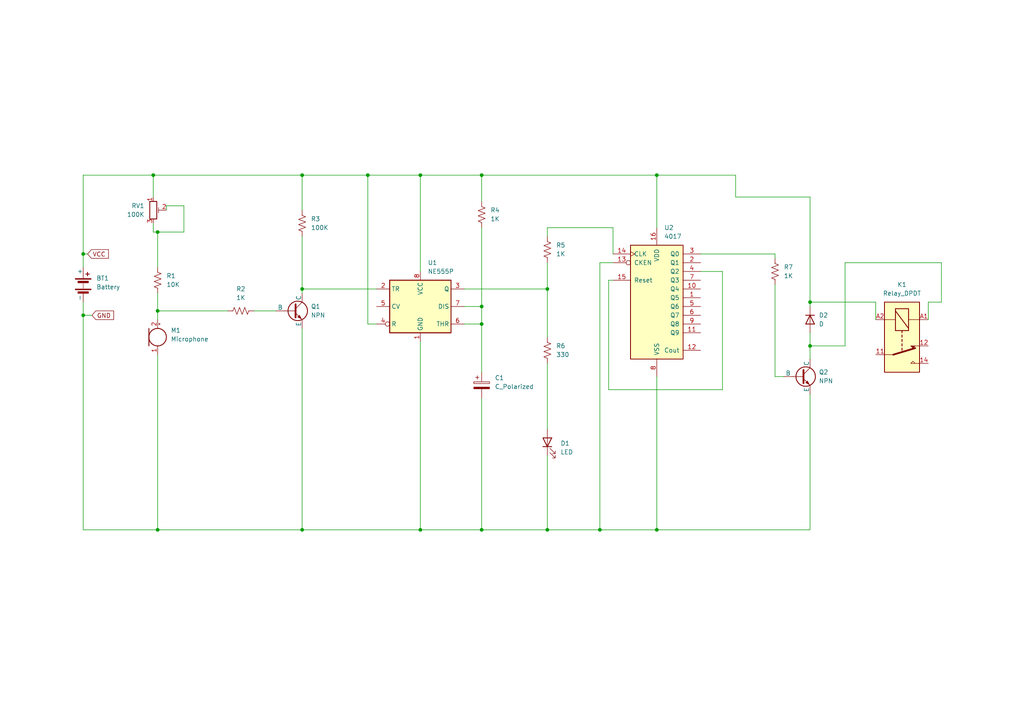
<source format=kicad_sch>
(kicad_sch
	(version 20250114)
	(generator "eeschema")
	(generator_version "9.0")
	(uuid "7313e21a-dc4e-468d-8c3e-a5619d892ab1")
	(paper "A4")
	(lib_symbols
		(symbol "4xxx:4017"
			(pin_names
				(offset 1.016)
			)
			(exclude_from_sim no)
			(in_bom yes)
			(on_board yes)
			(property "Reference" "U"
				(at -7.62 16.51 0)
				(effects
					(font
						(size 1.27 1.27)
					)
				)
			)
			(property "Value" "4017"
				(at -7.62 -19.05 0)
				(effects
					(font
						(size 1.27 1.27)
					)
				)
			)
			(property "Footprint" ""
				(at 0 0 0)
				(effects
					(font
						(size 1.27 1.27)
					)
					(hide yes)
				)
			)
			(property "Datasheet" "http://www.intersil.com/content/dam/Intersil/documents/cd40/cd4017bms-22bms.pdf"
				(at 0 0 0)
				(effects
					(font
						(size 1.27 1.27)
					)
					(hide yes)
				)
			)
			(property "Description" "Johnson Counter ( 10 outputs )"
				(at 0 0 0)
				(effects
					(font
						(size 1.27 1.27)
					)
					(hide yes)
				)
			)
			(property "ki_locked" ""
				(at 0 0 0)
				(effects
					(font
						(size 1.27 1.27)
					)
				)
			)
			(property "ki_keywords" "CNT CNT10"
				(at 0 0 0)
				(effects
					(font
						(size 1.27 1.27)
					)
					(hide yes)
				)
			)
			(property "ki_fp_filters" "DIP?16*"
				(at 0 0 0)
				(effects
					(font
						(size 1.27 1.27)
					)
					(hide yes)
				)
			)
			(symbol "4017_1_0"
				(pin input clock
					(at -12.7 12.7 0)
					(length 5.08)
					(name "CLK"
						(effects
							(font
								(size 1.27 1.27)
							)
						)
					)
					(number "14"
						(effects
							(font
								(size 1.27 1.27)
							)
						)
					)
				)
				(pin input inverted
					(at -12.7 10.16 0)
					(length 5.08)
					(name "CKEN"
						(effects
							(font
								(size 1.27 1.27)
							)
						)
					)
					(number "13"
						(effects
							(font
								(size 1.27 1.27)
							)
						)
					)
				)
				(pin input line
					(at -12.7 5.08 0)
					(length 5.08)
					(name "Reset"
						(effects
							(font
								(size 1.27 1.27)
							)
						)
					)
					(number "15"
						(effects
							(font
								(size 1.27 1.27)
							)
						)
					)
				)
				(pin power_in line
					(at 0 20.32 270)
					(length 5.08)
					(name "VDD"
						(effects
							(font
								(size 1.27 1.27)
							)
						)
					)
					(number "16"
						(effects
							(font
								(size 1.27 1.27)
							)
						)
					)
				)
				(pin power_in line
					(at 0 -22.86 90)
					(length 5.08)
					(name "VSS"
						(effects
							(font
								(size 1.27 1.27)
							)
						)
					)
					(number "8"
						(effects
							(font
								(size 1.27 1.27)
							)
						)
					)
				)
				(pin output line
					(at 12.7 12.7 180)
					(length 5.08)
					(name "Q0"
						(effects
							(font
								(size 1.27 1.27)
							)
						)
					)
					(number "3"
						(effects
							(font
								(size 1.27 1.27)
							)
						)
					)
				)
				(pin output line
					(at 12.7 10.16 180)
					(length 5.08)
					(name "Q1"
						(effects
							(font
								(size 1.27 1.27)
							)
						)
					)
					(number "2"
						(effects
							(font
								(size 1.27 1.27)
							)
						)
					)
				)
				(pin output line
					(at 12.7 7.62 180)
					(length 5.08)
					(name "Q2"
						(effects
							(font
								(size 1.27 1.27)
							)
						)
					)
					(number "4"
						(effects
							(font
								(size 1.27 1.27)
							)
						)
					)
				)
				(pin output line
					(at 12.7 5.08 180)
					(length 5.08)
					(name "Q3"
						(effects
							(font
								(size 1.27 1.27)
							)
						)
					)
					(number "7"
						(effects
							(font
								(size 1.27 1.27)
							)
						)
					)
				)
				(pin output line
					(at 12.7 2.54 180)
					(length 5.08)
					(name "Q4"
						(effects
							(font
								(size 1.27 1.27)
							)
						)
					)
					(number "10"
						(effects
							(font
								(size 1.27 1.27)
							)
						)
					)
				)
				(pin output line
					(at 12.7 0 180)
					(length 5.08)
					(name "Q5"
						(effects
							(font
								(size 1.27 1.27)
							)
						)
					)
					(number "1"
						(effects
							(font
								(size 1.27 1.27)
							)
						)
					)
				)
				(pin output line
					(at 12.7 -2.54 180)
					(length 5.08)
					(name "Q6"
						(effects
							(font
								(size 1.27 1.27)
							)
						)
					)
					(number "5"
						(effects
							(font
								(size 1.27 1.27)
							)
						)
					)
				)
				(pin output line
					(at 12.7 -5.08 180)
					(length 5.08)
					(name "Q7"
						(effects
							(font
								(size 1.27 1.27)
							)
						)
					)
					(number "6"
						(effects
							(font
								(size 1.27 1.27)
							)
						)
					)
				)
				(pin output line
					(at 12.7 -7.62 180)
					(length 5.08)
					(name "Q8"
						(effects
							(font
								(size 1.27 1.27)
							)
						)
					)
					(number "9"
						(effects
							(font
								(size 1.27 1.27)
							)
						)
					)
				)
				(pin output line
					(at 12.7 -10.16 180)
					(length 5.08)
					(name "Q9"
						(effects
							(font
								(size 1.27 1.27)
							)
						)
					)
					(number "11"
						(effects
							(font
								(size 1.27 1.27)
							)
						)
					)
				)
				(pin output line
					(at 12.7 -15.24 180)
					(length 5.08)
					(name "Cout"
						(effects
							(font
								(size 1.27 1.27)
							)
						)
					)
					(number "12"
						(effects
							(font
								(size 1.27 1.27)
							)
						)
					)
				)
			)
			(symbol "4017_1_1"
				(rectangle
					(start -7.62 15.24)
					(end 7.62 -17.78)
					(stroke
						(width 0.254)
						(type default)
					)
					(fill
						(type background)
					)
				)
			)
			(embedded_fonts no)
		)
		(symbol "Device:Battery"
			(pin_numbers
				(hide yes)
			)
			(pin_names
				(offset 0)
			)
			(exclude_from_sim no)
			(in_bom yes)
			(on_board yes)
			(property "Reference" "BT"
				(at 2.54 2.54 0)
				(effects
					(font
						(size 1.27 1.27)
					)
					(justify left)
				)
			)
			(property "Value" "Battery"
				(at 2.54 0 0)
				(effects
					(font
						(size 1.27 1.27)
					)
					(justify left)
				)
			)
			(property "Footprint" ""
				(at 0 1.524 90)
				(effects
					(font
						(size 1.27 1.27)
					)
					(hide yes)
				)
			)
			(property "Datasheet" "~"
				(at 0 1.524 90)
				(effects
					(font
						(size 1.27 1.27)
					)
					(hide yes)
				)
			)
			(property "Description" "Multiple-cell battery"
				(at 0 0 0)
				(effects
					(font
						(size 1.27 1.27)
					)
					(hide yes)
				)
			)
			(property "ki_keywords" "batt voltage-source cell"
				(at 0 0 0)
				(effects
					(font
						(size 1.27 1.27)
					)
					(hide yes)
				)
			)
			(symbol "Battery_0_1"
				(rectangle
					(start -2.286 1.778)
					(end 2.286 1.524)
					(stroke
						(width 0)
						(type default)
					)
					(fill
						(type outline)
					)
				)
				(rectangle
					(start -2.286 -1.27)
					(end 2.286 -1.524)
					(stroke
						(width 0)
						(type default)
					)
					(fill
						(type outline)
					)
				)
				(rectangle
					(start -1.524 1.016)
					(end 1.524 0.508)
					(stroke
						(width 0)
						(type default)
					)
					(fill
						(type outline)
					)
				)
				(rectangle
					(start -1.524 -2.032)
					(end 1.524 -2.54)
					(stroke
						(width 0)
						(type default)
					)
					(fill
						(type outline)
					)
				)
				(polyline
					(pts
						(xy 0 1.778) (xy 0 2.54)
					)
					(stroke
						(width 0)
						(type default)
					)
					(fill
						(type none)
					)
				)
				(polyline
					(pts
						(xy 0 0) (xy 0 0.254)
					)
					(stroke
						(width 0)
						(type default)
					)
					(fill
						(type none)
					)
				)
				(polyline
					(pts
						(xy 0 -0.508) (xy 0 -0.254)
					)
					(stroke
						(width 0)
						(type default)
					)
					(fill
						(type none)
					)
				)
				(polyline
					(pts
						(xy 0 -1.016) (xy 0 -0.762)
					)
					(stroke
						(width 0)
						(type default)
					)
					(fill
						(type none)
					)
				)
				(polyline
					(pts
						(xy 0.762 3.048) (xy 1.778 3.048)
					)
					(stroke
						(width 0.254)
						(type default)
					)
					(fill
						(type none)
					)
				)
				(polyline
					(pts
						(xy 1.27 3.556) (xy 1.27 2.54)
					)
					(stroke
						(width 0.254)
						(type default)
					)
					(fill
						(type none)
					)
				)
			)
			(symbol "Battery_1_1"
				(pin passive line
					(at 0 5.08 270)
					(length 2.54)
					(name "+"
						(effects
							(font
								(size 1.27 1.27)
							)
						)
					)
					(number "1"
						(effects
							(font
								(size 1.27 1.27)
							)
						)
					)
				)
				(pin passive line
					(at 0 -5.08 90)
					(length 2.54)
					(name "-"
						(effects
							(font
								(size 1.27 1.27)
							)
						)
					)
					(number "2"
						(effects
							(font
								(size 1.27 1.27)
							)
						)
					)
				)
			)
			(embedded_fonts no)
		)
		(symbol "Device:C_Polarized"
			(pin_numbers
				(hide yes)
			)
			(pin_names
				(offset 0.254)
			)
			(exclude_from_sim no)
			(in_bom yes)
			(on_board yes)
			(property "Reference" "C"
				(at 0.635 2.54 0)
				(effects
					(font
						(size 1.27 1.27)
					)
					(justify left)
				)
			)
			(property "Value" "C_Polarized"
				(at 0.635 -2.54 0)
				(effects
					(font
						(size 1.27 1.27)
					)
					(justify left)
				)
			)
			(property "Footprint" ""
				(at 0.9652 -3.81 0)
				(effects
					(font
						(size 1.27 1.27)
					)
					(hide yes)
				)
			)
			(property "Datasheet" "~"
				(at 0 0 0)
				(effects
					(font
						(size 1.27 1.27)
					)
					(hide yes)
				)
			)
			(property "Description" "Polarized capacitor"
				(at 0 0 0)
				(effects
					(font
						(size 1.27 1.27)
					)
					(hide yes)
				)
			)
			(property "ki_keywords" "cap capacitor"
				(at 0 0 0)
				(effects
					(font
						(size 1.27 1.27)
					)
					(hide yes)
				)
			)
			(property "ki_fp_filters" "CP_*"
				(at 0 0 0)
				(effects
					(font
						(size 1.27 1.27)
					)
					(hide yes)
				)
			)
			(symbol "C_Polarized_0_1"
				(rectangle
					(start -2.286 0.508)
					(end 2.286 1.016)
					(stroke
						(width 0)
						(type default)
					)
					(fill
						(type none)
					)
				)
				(polyline
					(pts
						(xy -1.778 2.286) (xy -0.762 2.286)
					)
					(stroke
						(width 0)
						(type default)
					)
					(fill
						(type none)
					)
				)
				(polyline
					(pts
						(xy -1.27 2.794) (xy -1.27 1.778)
					)
					(stroke
						(width 0)
						(type default)
					)
					(fill
						(type none)
					)
				)
				(rectangle
					(start 2.286 -0.508)
					(end -2.286 -1.016)
					(stroke
						(width 0)
						(type default)
					)
					(fill
						(type outline)
					)
				)
			)
			(symbol "C_Polarized_1_1"
				(pin passive line
					(at 0 3.81 270)
					(length 2.794)
					(name "~"
						(effects
							(font
								(size 1.27 1.27)
							)
						)
					)
					(number "1"
						(effects
							(font
								(size 1.27 1.27)
							)
						)
					)
				)
				(pin passive line
					(at 0 -3.81 90)
					(length 2.794)
					(name "~"
						(effects
							(font
								(size 1.27 1.27)
							)
						)
					)
					(number "2"
						(effects
							(font
								(size 1.27 1.27)
							)
						)
					)
				)
			)
			(embedded_fonts no)
		)
		(symbol "Device:D"
			(pin_numbers
				(hide yes)
			)
			(pin_names
				(offset 1.016)
				(hide yes)
			)
			(exclude_from_sim no)
			(in_bom yes)
			(on_board yes)
			(property "Reference" "D"
				(at 0 2.54 0)
				(effects
					(font
						(size 1.27 1.27)
					)
				)
			)
			(property "Value" "D"
				(at 0 -2.54 0)
				(effects
					(font
						(size 1.27 1.27)
					)
				)
			)
			(property "Footprint" ""
				(at 0 0 0)
				(effects
					(font
						(size 1.27 1.27)
					)
					(hide yes)
				)
			)
			(property "Datasheet" "~"
				(at 0 0 0)
				(effects
					(font
						(size 1.27 1.27)
					)
					(hide yes)
				)
			)
			(property "Description" "Diode"
				(at 0 0 0)
				(effects
					(font
						(size 1.27 1.27)
					)
					(hide yes)
				)
			)
			(property "Sim.Device" "D"
				(at 0 0 0)
				(effects
					(font
						(size 1.27 1.27)
					)
					(hide yes)
				)
			)
			(property "Sim.Pins" "1=K 2=A"
				(at 0 0 0)
				(effects
					(font
						(size 1.27 1.27)
					)
					(hide yes)
				)
			)
			(property "ki_keywords" "diode"
				(at 0 0 0)
				(effects
					(font
						(size 1.27 1.27)
					)
					(hide yes)
				)
			)
			(property "ki_fp_filters" "TO-???* *_Diode_* *SingleDiode* D_*"
				(at 0 0 0)
				(effects
					(font
						(size 1.27 1.27)
					)
					(hide yes)
				)
			)
			(symbol "D_0_1"
				(polyline
					(pts
						(xy -1.27 1.27) (xy -1.27 -1.27)
					)
					(stroke
						(width 0.254)
						(type default)
					)
					(fill
						(type none)
					)
				)
				(polyline
					(pts
						(xy 1.27 1.27) (xy 1.27 -1.27) (xy -1.27 0) (xy 1.27 1.27)
					)
					(stroke
						(width 0.254)
						(type default)
					)
					(fill
						(type none)
					)
				)
				(polyline
					(pts
						(xy 1.27 0) (xy -1.27 0)
					)
					(stroke
						(width 0)
						(type default)
					)
					(fill
						(type none)
					)
				)
			)
			(symbol "D_1_1"
				(pin passive line
					(at -3.81 0 0)
					(length 2.54)
					(name "K"
						(effects
							(font
								(size 1.27 1.27)
							)
						)
					)
					(number "1"
						(effects
							(font
								(size 1.27 1.27)
							)
						)
					)
				)
				(pin passive line
					(at 3.81 0 180)
					(length 2.54)
					(name "A"
						(effects
							(font
								(size 1.27 1.27)
							)
						)
					)
					(number "2"
						(effects
							(font
								(size 1.27 1.27)
							)
						)
					)
				)
			)
			(embedded_fonts no)
		)
		(symbol "Device:LED"
			(pin_numbers
				(hide yes)
			)
			(pin_names
				(offset 1.016)
				(hide yes)
			)
			(exclude_from_sim no)
			(in_bom yes)
			(on_board yes)
			(property "Reference" "D"
				(at 0 2.54 0)
				(effects
					(font
						(size 1.27 1.27)
					)
				)
			)
			(property "Value" "LED"
				(at 0 -2.54 0)
				(effects
					(font
						(size 1.27 1.27)
					)
				)
			)
			(property "Footprint" ""
				(at 0 0 0)
				(effects
					(font
						(size 1.27 1.27)
					)
					(hide yes)
				)
			)
			(property "Datasheet" "~"
				(at 0 0 0)
				(effects
					(font
						(size 1.27 1.27)
					)
					(hide yes)
				)
			)
			(property "Description" "Light emitting diode"
				(at 0 0 0)
				(effects
					(font
						(size 1.27 1.27)
					)
					(hide yes)
				)
			)
			(property "Sim.Pins" "1=K 2=A"
				(at 0 0 0)
				(effects
					(font
						(size 1.27 1.27)
					)
					(hide yes)
				)
			)
			(property "ki_keywords" "LED diode"
				(at 0 0 0)
				(effects
					(font
						(size 1.27 1.27)
					)
					(hide yes)
				)
			)
			(property "ki_fp_filters" "LED* LED_SMD:* LED_THT:*"
				(at 0 0 0)
				(effects
					(font
						(size 1.27 1.27)
					)
					(hide yes)
				)
			)
			(symbol "LED_0_1"
				(polyline
					(pts
						(xy -3.048 -0.762) (xy -4.572 -2.286) (xy -3.81 -2.286) (xy -4.572 -2.286) (xy -4.572 -1.524)
					)
					(stroke
						(width 0)
						(type default)
					)
					(fill
						(type none)
					)
				)
				(polyline
					(pts
						(xy -1.778 -0.762) (xy -3.302 -2.286) (xy -2.54 -2.286) (xy -3.302 -2.286) (xy -3.302 -1.524)
					)
					(stroke
						(width 0)
						(type default)
					)
					(fill
						(type none)
					)
				)
				(polyline
					(pts
						(xy -1.27 0) (xy 1.27 0)
					)
					(stroke
						(width 0)
						(type default)
					)
					(fill
						(type none)
					)
				)
				(polyline
					(pts
						(xy -1.27 -1.27) (xy -1.27 1.27)
					)
					(stroke
						(width 0.254)
						(type default)
					)
					(fill
						(type none)
					)
				)
				(polyline
					(pts
						(xy 1.27 -1.27) (xy 1.27 1.27) (xy -1.27 0) (xy 1.27 -1.27)
					)
					(stroke
						(width 0.254)
						(type default)
					)
					(fill
						(type none)
					)
				)
			)
			(symbol "LED_1_1"
				(pin passive line
					(at -3.81 0 0)
					(length 2.54)
					(name "K"
						(effects
							(font
								(size 1.27 1.27)
							)
						)
					)
					(number "1"
						(effects
							(font
								(size 1.27 1.27)
							)
						)
					)
				)
				(pin passive line
					(at 3.81 0 180)
					(length 2.54)
					(name "A"
						(effects
							(font
								(size 1.27 1.27)
							)
						)
					)
					(number "2"
						(effects
							(font
								(size 1.27 1.27)
							)
						)
					)
				)
			)
			(embedded_fonts no)
		)
		(symbol "Device:Microphone"
			(pin_names
				(offset 0.0254)
				(hide yes)
			)
			(exclude_from_sim no)
			(in_bom yes)
			(on_board yes)
			(property "Reference" "MK"
				(at -3.81 1.27 0)
				(effects
					(font
						(size 1.27 1.27)
					)
					(justify right)
				)
			)
			(property "Value" "Microphone"
				(at -3.81 -0.635 0)
				(effects
					(font
						(size 1.27 1.27)
					)
					(justify right)
				)
			)
			(property "Footprint" ""
				(at 0 2.54 90)
				(effects
					(font
						(size 1.27 1.27)
					)
					(hide yes)
				)
			)
			(property "Datasheet" "~"
				(at 0 2.54 90)
				(effects
					(font
						(size 1.27 1.27)
					)
					(hide yes)
				)
			)
			(property "Description" "Microphone"
				(at 0 0 0)
				(effects
					(font
						(size 1.27 1.27)
					)
					(hide yes)
				)
			)
			(property "ki_keywords" "microphone"
				(at 0 0 0)
				(effects
					(font
						(size 1.27 1.27)
					)
					(hide yes)
				)
			)
			(symbol "Microphone_0_1"
				(polyline
					(pts
						(xy -2.54 2.54) (xy -2.54 -2.54)
					)
					(stroke
						(width 0.254)
						(type default)
					)
					(fill
						(type none)
					)
				)
				(circle
					(center 0 0)
					(radius 2.54)
					(stroke
						(width 0.254)
						(type default)
					)
					(fill
						(type none)
					)
				)
				(polyline
					(pts
						(xy 0.254 3.81) (xy 0.762 3.81)
					)
					(stroke
						(width 0)
						(type default)
					)
					(fill
						(type none)
					)
				)
				(polyline
					(pts
						(xy 0.508 4.064) (xy 0.508 3.556)
					)
					(stroke
						(width 0)
						(type default)
					)
					(fill
						(type none)
					)
				)
			)
			(symbol "Microphone_1_1"
				(pin passive line
					(at 0 5.08 270)
					(length 2.54)
					(name "+"
						(effects
							(font
								(size 1.27 1.27)
							)
						)
					)
					(number "2"
						(effects
							(font
								(size 1.27 1.27)
							)
						)
					)
				)
				(pin passive line
					(at 0 -5.08 90)
					(length 2.54)
					(name "-"
						(effects
							(font
								(size 1.27 1.27)
							)
						)
					)
					(number "1"
						(effects
							(font
								(size 1.27 1.27)
							)
						)
					)
				)
			)
			(embedded_fonts no)
		)
		(symbol "Device:R_Potentiometer_Trim"
			(pin_names
				(offset 1.016)
				(hide yes)
			)
			(exclude_from_sim no)
			(in_bom yes)
			(on_board yes)
			(property "Reference" "RV"
				(at -4.445 0 90)
				(effects
					(font
						(size 1.27 1.27)
					)
				)
			)
			(property "Value" "R_Potentiometer_Trim"
				(at -2.54 0 90)
				(effects
					(font
						(size 1.27 1.27)
					)
				)
			)
			(property "Footprint" ""
				(at 0 0 0)
				(effects
					(font
						(size 1.27 1.27)
					)
					(hide yes)
				)
			)
			(property "Datasheet" "~"
				(at 0 0 0)
				(effects
					(font
						(size 1.27 1.27)
					)
					(hide yes)
				)
			)
			(property "Description" "Trim-potentiometer"
				(at 0 0 0)
				(effects
					(font
						(size 1.27 1.27)
					)
					(hide yes)
				)
			)
			(property "ki_keywords" "resistor variable trimpot trimmer"
				(at 0 0 0)
				(effects
					(font
						(size 1.27 1.27)
					)
					(hide yes)
				)
			)
			(property "ki_fp_filters" "Potentiometer*"
				(at 0 0 0)
				(effects
					(font
						(size 1.27 1.27)
					)
					(hide yes)
				)
			)
			(symbol "R_Potentiometer_Trim_0_1"
				(rectangle
					(start 1.016 2.54)
					(end -1.016 -2.54)
					(stroke
						(width 0.254)
						(type default)
					)
					(fill
						(type none)
					)
				)
				(polyline
					(pts
						(xy 1.524 0.762) (xy 1.524 -0.762)
					)
					(stroke
						(width 0)
						(type default)
					)
					(fill
						(type none)
					)
				)
				(polyline
					(pts
						(xy 2.54 0) (xy 1.524 0)
					)
					(stroke
						(width 0)
						(type default)
					)
					(fill
						(type none)
					)
				)
			)
			(symbol "R_Potentiometer_Trim_1_1"
				(pin passive line
					(at 0 3.81 270)
					(length 1.27)
					(name "1"
						(effects
							(font
								(size 1.27 1.27)
							)
						)
					)
					(number "1"
						(effects
							(font
								(size 1.27 1.27)
							)
						)
					)
				)
				(pin passive line
					(at 0 -3.81 90)
					(length 1.27)
					(name "3"
						(effects
							(font
								(size 1.27 1.27)
							)
						)
					)
					(number "3"
						(effects
							(font
								(size 1.27 1.27)
							)
						)
					)
				)
				(pin passive line
					(at 3.81 0 180)
					(length 1.27)
					(name "2"
						(effects
							(font
								(size 1.27 1.27)
							)
						)
					)
					(number "2"
						(effects
							(font
								(size 1.27 1.27)
							)
						)
					)
				)
			)
			(embedded_fonts no)
		)
		(symbol "Device:R_US"
			(pin_numbers
				(hide yes)
			)
			(pin_names
				(offset 0)
			)
			(exclude_from_sim no)
			(in_bom yes)
			(on_board yes)
			(property "Reference" "R"
				(at 2.54 0 90)
				(effects
					(font
						(size 1.27 1.27)
					)
				)
			)
			(property "Value" "R_US"
				(at -2.54 0 90)
				(effects
					(font
						(size 1.27 1.27)
					)
				)
			)
			(property "Footprint" ""
				(at 1.016 -0.254 90)
				(effects
					(font
						(size 1.27 1.27)
					)
					(hide yes)
				)
			)
			(property "Datasheet" "~"
				(at 0 0 0)
				(effects
					(font
						(size 1.27 1.27)
					)
					(hide yes)
				)
			)
			(property "Description" "Resistor, US symbol"
				(at 0 0 0)
				(effects
					(font
						(size 1.27 1.27)
					)
					(hide yes)
				)
			)
			(property "ki_keywords" "R res resistor"
				(at 0 0 0)
				(effects
					(font
						(size 1.27 1.27)
					)
					(hide yes)
				)
			)
			(property "ki_fp_filters" "R_*"
				(at 0 0 0)
				(effects
					(font
						(size 1.27 1.27)
					)
					(hide yes)
				)
			)
			(symbol "R_US_0_1"
				(polyline
					(pts
						(xy 0 2.286) (xy 0 2.54)
					)
					(stroke
						(width 0)
						(type default)
					)
					(fill
						(type none)
					)
				)
				(polyline
					(pts
						(xy 0 2.286) (xy 1.016 1.905) (xy 0 1.524) (xy -1.016 1.143) (xy 0 0.762)
					)
					(stroke
						(width 0)
						(type default)
					)
					(fill
						(type none)
					)
				)
				(polyline
					(pts
						(xy 0 0.762) (xy 1.016 0.381) (xy 0 0) (xy -1.016 -0.381) (xy 0 -0.762)
					)
					(stroke
						(width 0)
						(type default)
					)
					(fill
						(type none)
					)
				)
				(polyline
					(pts
						(xy 0 -0.762) (xy 1.016 -1.143) (xy 0 -1.524) (xy -1.016 -1.905) (xy 0 -2.286)
					)
					(stroke
						(width 0)
						(type default)
					)
					(fill
						(type none)
					)
				)
				(polyline
					(pts
						(xy 0 -2.286) (xy 0 -2.54)
					)
					(stroke
						(width 0)
						(type default)
					)
					(fill
						(type none)
					)
				)
			)
			(symbol "R_US_1_1"
				(pin passive line
					(at 0 3.81 270)
					(length 1.27)
					(name "~"
						(effects
							(font
								(size 1.27 1.27)
							)
						)
					)
					(number "1"
						(effects
							(font
								(size 1.27 1.27)
							)
						)
					)
				)
				(pin passive line
					(at 0 -3.81 90)
					(length 1.27)
					(name "~"
						(effects
							(font
								(size 1.27 1.27)
							)
						)
					)
					(number "2"
						(effects
							(font
								(size 1.27 1.27)
							)
						)
					)
				)
			)
			(embedded_fonts no)
		)
		(symbol "Relay:Fujitsu_FTR-LYCA005x"
			(exclude_from_sim no)
			(in_bom yes)
			(on_board yes)
			(property "Reference" "K"
				(at 11.43 3.81 0)
				(effects
					(font
						(size 1.27 1.27)
					)
					(justify left)
				)
			)
			(property "Value" "Fujitsu_FTR-LYCA005x"
				(at 11.43 1.27 0)
				(effects
					(font
						(size 1.27 1.27)
					)
					(justify left)
				)
			)
			(property "Footprint" "Relay_THT:Relay_SPDT_Fujitsu_FTR-LYCA005x_FormC_Vertical"
				(at 11.43 -1.27 0)
				(effects
					(font
						(size 1.27 1.27)
					)
					(justify left)
					(hide yes)
				)
			)
			(property "Datasheet" "https://www.fujitsu.com/sg/imagesgig5/ftr-ly.pdf"
				(at 16.51 -3.81 0)
				(effects
					(font
						(size 1.27 1.27)
					)
					(justify left)
					(hide yes)
				)
			)
			(property "Description" "Relay, SPDT Form C, vertical mount, 5-60V coil, 6A, 250VAC, 28 x 5 x 15mm"
				(at 0 0 0)
				(effects
					(font
						(size 1.27 1.27)
					)
					(hide yes)
				)
			)
			(property "ki_keywords" "6A SPDT Relay"
				(at 0 0 0)
				(effects
					(font
						(size 1.27 1.27)
					)
					(hide yes)
				)
			)
			(property "ki_fp_filters" "Relay*Fujitsu*FTR?LYC*"
				(at 0 0 0)
				(effects
					(font
						(size 1.27 1.27)
					)
					(hide yes)
				)
			)
			(symbol "Fujitsu_FTR-LYCA005x_0_0"
				(polyline
					(pts
						(xy 7.62 5.08) (xy 7.62 2.54) (xy 6.985 3.175) (xy 7.62 3.81)
					)
					(stroke
						(width 0)
						(type default)
					)
					(fill
						(type none)
					)
				)
			)
			(symbol "Fujitsu_FTR-LYCA005x_0_1"
				(rectangle
					(start -10.16 5.08)
					(end 10.16 -5.08)
					(stroke
						(width 0.254)
						(type default)
					)
					(fill
						(type background)
					)
				)
				(rectangle
					(start -8.255 1.905)
					(end -1.905 -1.905)
					(stroke
						(width 0.254)
						(type default)
					)
					(fill
						(type none)
					)
				)
				(polyline
					(pts
						(xy -7.62 -1.905) (xy -2.54 1.905)
					)
					(stroke
						(width 0.254)
						(type default)
					)
					(fill
						(type none)
					)
				)
				(polyline
					(pts
						(xy -5.08 5.08) (xy -5.08 1.905)
					)
					(stroke
						(width 0)
						(type default)
					)
					(fill
						(type none)
					)
				)
				(polyline
					(pts
						(xy -5.08 -5.08) (xy -5.08 -1.905)
					)
					(stroke
						(width 0)
						(type default)
					)
					(fill
						(type none)
					)
				)
				(polyline
					(pts
						(xy -1.905 0) (xy -1.27 0)
					)
					(stroke
						(width 0.254)
						(type default)
					)
					(fill
						(type none)
					)
				)
				(polyline
					(pts
						(xy -0.635 0) (xy 0 0)
					)
					(stroke
						(width 0.254)
						(type default)
					)
					(fill
						(type none)
					)
				)
				(polyline
					(pts
						(xy 0.635 0) (xy 1.27 0)
					)
					(stroke
						(width 0.254)
						(type default)
					)
					(fill
						(type none)
					)
				)
				(polyline
					(pts
						(xy 1.905 0) (xy 2.54 0)
					)
					(stroke
						(width 0.254)
						(type default)
					)
					(fill
						(type none)
					)
				)
				(polyline
					(pts
						(xy 2.54 5.08) (xy 2.54 2.54) (xy 3.175 3.175) (xy 2.54 3.81)
					)
					(stroke
						(width 0)
						(type default)
					)
					(fill
						(type outline)
					)
				)
				(polyline
					(pts
						(xy 3.175 0) (xy 3.81 0)
					)
					(stroke
						(width 0.254)
						(type default)
					)
					(fill
						(type none)
					)
				)
				(polyline
					(pts
						(xy 5.08 -2.54) (xy 3.175 3.81)
					)
					(stroke
						(width 0.508)
						(type default)
					)
					(fill
						(type none)
					)
				)
				(polyline
					(pts
						(xy 5.08 -2.54) (xy 5.08 -5.08)
					)
					(stroke
						(width 0)
						(type default)
					)
					(fill
						(type none)
					)
				)
			)
			(symbol "Fujitsu_FTR-LYCA005x_1_1"
				(pin passive line
					(at -5.08 7.62 270)
					(length 2.54)
					(name "~"
						(effects
							(font
								(size 1.27 1.27)
							)
						)
					)
					(number "A1"
						(effects
							(font
								(size 1.27 1.27)
							)
						)
					)
				)
				(pin passive line
					(at -5.08 -7.62 90)
					(length 2.54)
					(name "~"
						(effects
							(font
								(size 1.27 1.27)
							)
						)
					)
					(number "A2"
						(effects
							(font
								(size 1.27 1.27)
							)
						)
					)
				)
				(pin passive line
					(at 2.54 7.62 270)
					(length 2.54)
					(name "~"
						(effects
							(font
								(size 1.27 1.27)
							)
						)
					)
					(number "12"
						(effects
							(font
								(size 1.27 1.27)
							)
						)
					)
				)
				(pin passive line
					(at 5.08 -7.62 90)
					(length 2.54)
					(name "~"
						(effects
							(font
								(size 1.27 1.27)
							)
						)
					)
					(number "11"
						(effects
							(font
								(size 1.27 1.27)
							)
						)
					)
				)
				(pin passive line
					(at 7.62 7.62 270)
					(length 2.54)
					(name "~"
						(effects
							(font
								(size 1.27 1.27)
							)
						)
					)
					(number "14"
						(effects
							(font
								(size 1.27 1.27)
							)
						)
					)
				)
			)
			(embedded_fonts no)
		)
		(symbol "Simulation_SPICE:NPN"
			(pin_numbers
				(hide yes)
			)
			(pin_names
				(offset 0)
			)
			(exclude_from_sim no)
			(in_bom yes)
			(on_board yes)
			(property "Reference" "Q"
				(at -2.54 7.62 0)
				(effects
					(font
						(size 1.27 1.27)
					)
				)
			)
			(property "Value" "NPN"
				(at -2.54 5.08 0)
				(effects
					(font
						(size 1.27 1.27)
					)
				)
			)
			(property "Footprint" ""
				(at 63.5 0 0)
				(effects
					(font
						(size 1.27 1.27)
					)
					(hide yes)
				)
			)
			(property "Datasheet" "https://ngspice.sourceforge.io/docs/ngspice-html-manual/manual.xhtml#cha_BJTs"
				(at 63.5 0 0)
				(effects
					(font
						(size 1.27 1.27)
					)
					(hide yes)
				)
			)
			(property "Description" "Bipolar transistor symbol for simulation only, substrate tied to the emitter"
				(at 0 0 0)
				(effects
					(font
						(size 1.27 1.27)
					)
					(hide yes)
				)
			)
			(property "Sim.Device" "NPN"
				(at 0 0 0)
				(effects
					(font
						(size 1.27 1.27)
					)
					(hide yes)
				)
			)
			(property "Sim.Type" "GUMMELPOON"
				(at 0 0 0)
				(effects
					(font
						(size 1.27 1.27)
					)
					(hide yes)
				)
			)
			(property "Sim.Pins" "1=C 2=B 3=E"
				(at 0 0 0)
				(effects
					(font
						(size 1.27 1.27)
					)
					(hide yes)
				)
			)
			(property "ki_keywords" "simulation"
				(at 0 0 0)
				(effects
					(font
						(size 1.27 1.27)
					)
					(hide yes)
				)
			)
			(symbol "NPN_0_1"
				(polyline
					(pts
						(xy -2.54 0) (xy 0.635 0)
					)
					(stroke
						(width 0.1524)
						(type default)
					)
					(fill
						(type none)
					)
				)
				(polyline
					(pts
						(xy 0.635 1.905) (xy 0.635 -1.905) (xy 0.635 -1.905)
					)
					(stroke
						(width 0.508)
						(type default)
					)
					(fill
						(type none)
					)
				)
				(polyline
					(pts
						(xy 0.635 0.635) (xy 2.54 2.54)
					)
					(stroke
						(width 0)
						(type default)
					)
					(fill
						(type none)
					)
				)
				(polyline
					(pts
						(xy 0.635 -0.635) (xy 2.54 -2.54) (xy 2.54 -2.54)
					)
					(stroke
						(width 0)
						(type default)
					)
					(fill
						(type none)
					)
				)
				(circle
					(center 1.27 0)
					(radius 2.8194)
					(stroke
						(width 0.254)
						(type default)
					)
					(fill
						(type none)
					)
				)
				(polyline
					(pts
						(xy 1.27 -1.778) (xy 1.778 -1.27) (xy 2.286 -2.286) (xy 1.27 -1.778) (xy 1.27 -1.778)
					)
					(stroke
						(width 0)
						(type default)
					)
					(fill
						(type outline)
					)
				)
				(polyline
					(pts
						(xy 2.794 -1.27) (xy 2.794 -1.27)
					)
					(stroke
						(width 0.1524)
						(type default)
					)
					(fill
						(type none)
					)
				)
				(polyline
					(pts
						(xy 2.794 -1.27) (xy 2.794 -1.27)
					)
					(stroke
						(width 0.1524)
						(type default)
					)
					(fill
						(type none)
					)
				)
			)
			(symbol "NPN_1_1"
				(pin input line
					(at -5.08 0 0)
					(length 2.54)
					(name "B"
						(effects
							(font
								(size 1.27 1.27)
							)
						)
					)
					(number "2"
						(effects
							(font
								(size 1.27 1.27)
							)
						)
					)
				)
				(pin open_collector line
					(at 2.54 5.08 270)
					(length 2.54)
					(name "C"
						(effects
							(font
								(size 1.27 1.27)
							)
						)
					)
					(number "1"
						(effects
							(font
								(size 1.27 1.27)
							)
						)
					)
				)
				(pin open_emitter line
					(at 2.54 -5.08 90)
					(length 2.54)
					(name "E"
						(effects
							(font
								(size 1.27 1.27)
							)
						)
					)
					(number "3"
						(effects
							(font
								(size 1.27 1.27)
							)
						)
					)
				)
			)
			(embedded_fonts no)
		)
		(symbol "Timer:NE555P"
			(exclude_from_sim no)
			(in_bom yes)
			(on_board yes)
			(property "Reference" "U"
				(at -10.16 8.89 0)
				(effects
					(font
						(size 1.27 1.27)
					)
					(justify left)
				)
			)
			(property "Value" "NE555P"
				(at 2.54 8.89 0)
				(effects
					(font
						(size 1.27 1.27)
					)
					(justify left)
				)
			)
			(property "Footprint" "Package_DIP:DIP-8_W7.62mm"
				(at 16.51 -10.16 0)
				(effects
					(font
						(size 1.27 1.27)
					)
					(hide yes)
				)
			)
			(property "Datasheet" "http://www.ti.com/lit/ds/symlink/ne555.pdf"
				(at 21.59 -10.16 0)
				(effects
					(font
						(size 1.27 1.27)
					)
					(hide yes)
				)
			)
			(property "Description" "Precision Timers, 555 compatible,  PDIP-8"
				(at 0 0 0)
				(effects
					(font
						(size 1.27 1.27)
					)
					(hide yes)
				)
			)
			(property "ki_keywords" "single timer 555"
				(at 0 0 0)
				(effects
					(font
						(size 1.27 1.27)
					)
					(hide yes)
				)
			)
			(property "ki_fp_filters" "DIP*W7.62mm*"
				(at 0 0 0)
				(effects
					(font
						(size 1.27 1.27)
					)
					(hide yes)
				)
			)
			(symbol "NE555P_0_0"
				(pin power_in line
					(at 0 10.16 270)
					(length 2.54)
					(name "VCC"
						(effects
							(font
								(size 1.27 1.27)
							)
						)
					)
					(number "8"
						(effects
							(font
								(size 1.27 1.27)
							)
						)
					)
				)
				(pin power_in line
					(at 0 -10.16 90)
					(length 2.54)
					(name "GND"
						(effects
							(font
								(size 1.27 1.27)
							)
						)
					)
					(number "1"
						(effects
							(font
								(size 1.27 1.27)
							)
						)
					)
				)
			)
			(symbol "NE555P_0_1"
				(rectangle
					(start -8.89 -7.62)
					(end 8.89 7.62)
					(stroke
						(width 0.254)
						(type default)
					)
					(fill
						(type background)
					)
				)
				(rectangle
					(start -8.89 -7.62)
					(end 8.89 7.62)
					(stroke
						(width 0.254)
						(type default)
					)
					(fill
						(type background)
					)
				)
			)
			(symbol "NE555P_1_1"
				(pin input line
					(at -12.7 5.08 0)
					(length 3.81)
					(name "TR"
						(effects
							(font
								(size 1.27 1.27)
							)
						)
					)
					(number "2"
						(effects
							(font
								(size 1.27 1.27)
							)
						)
					)
				)
				(pin input line
					(at -12.7 0 0)
					(length 3.81)
					(name "CV"
						(effects
							(font
								(size 1.27 1.27)
							)
						)
					)
					(number "5"
						(effects
							(font
								(size 1.27 1.27)
							)
						)
					)
				)
				(pin input inverted
					(at -12.7 -5.08 0)
					(length 3.81)
					(name "R"
						(effects
							(font
								(size 1.27 1.27)
							)
						)
					)
					(number "4"
						(effects
							(font
								(size 1.27 1.27)
							)
						)
					)
				)
				(pin output line
					(at 12.7 5.08 180)
					(length 3.81)
					(name "Q"
						(effects
							(font
								(size 1.27 1.27)
							)
						)
					)
					(number "3"
						(effects
							(font
								(size 1.27 1.27)
							)
						)
					)
				)
				(pin input line
					(at 12.7 0 180)
					(length 3.81)
					(name "DIS"
						(effects
							(font
								(size 1.27 1.27)
							)
						)
					)
					(number "7"
						(effects
							(font
								(size 1.27 1.27)
							)
						)
					)
				)
				(pin input line
					(at 12.7 -5.08 180)
					(length 3.81)
					(name "THR"
						(effects
							(font
								(size 1.27 1.27)
							)
						)
					)
					(number "6"
						(effects
							(font
								(size 1.27 1.27)
							)
						)
					)
				)
			)
			(embedded_fonts no)
		)
	)
	(junction
		(at 139.7 93.98)
		(diameter 0)
		(color 0 0 0 0)
		(uuid "1a93d5cd-8df7-4bdc-a3c4-406d7223185c")
	)
	(junction
		(at 121.92 153.67)
		(diameter 0)
		(color 0 0 0 0)
		(uuid "1c671de4-ed4a-4429-bbd2-b684f8a82e46")
	)
	(junction
		(at 139.7 153.67)
		(diameter 0)
		(color 0 0 0 0)
		(uuid "1df624e1-d161-43d7-af48-cb99da3771e0")
	)
	(junction
		(at 234.95 100.33)
		(diameter 0)
		(color 0 0 0 0)
		(uuid "2cace5cd-8d99-4f59-bf14-86dd23b29f17")
	)
	(junction
		(at 190.5 50.8)
		(diameter 0)
		(color 0 0 0 0)
		(uuid "2cee41af-743a-4c3a-9d5e-ef0cd0b3564b")
	)
	(junction
		(at 158.75 83.82)
		(diameter 0)
		(color 0 0 0 0)
		(uuid "34ba65e3-cfdb-425b-9ae8-04814f7646e6")
	)
	(junction
		(at 87.63 83.82)
		(diameter 0)
		(color 0 0 0 0)
		(uuid "3eca65c9-8e69-450c-bc8e-0a0f74bec38a")
	)
	(junction
		(at 173.99 153.67)
		(diameter 0)
		(color 0 0 0 0)
		(uuid "407e6428-7d9d-4eb9-8863-4627f88ac858")
	)
	(junction
		(at 158.75 153.67)
		(diameter 0)
		(color 0 0 0 0)
		(uuid "44da14cf-cbc3-497e-a6fe-5b01acc4733a")
	)
	(junction
		(at 45.72 90.17)
		(diameter 0)
		(color 0 0 0 0)
		(uuid "4d1d3ea2-5492-4c42-a2ee-f41e45901b16")
	)
	(junction
		(at 190.5 153.67)
		(diameter 0)
		(color 0 0 0 0)
		(uuid "4f71eda3-ecea-4797-a155-8120c5b2cb18")
	)
	(junction
		(at 44.45 50.8)
		(diameter 0)
		(color 0 0 0 0)
		(uuid "53845bcf-8700-42b4-87ce-75c3fbab4192")
	)
	(junction
		(at 87.63 153.67)
		(diameter 0)
		(color 0 0 0 0)
		(uuid "6aa220fa-7a58-45f5-9ed6-0919b3e71103")
	)
	(junction
		(at 24.13 73.66)
		(diameter 0)
		(color 0 0 0 0)
		(uuid "7ffe5e11-d53e-4acc-997a-50c1798b6078")
	)
	(junction
		(at 45.72 153.67)
		(diameter 0)
		(color 0 0 0 0)
		(uuid "854ce3cd-68e6-45fd-b71e-423e0d30308c")
	)
	(junction
		(at 24.13 91.44)
		(diameter 0)
		(color 0 0 0 0)
		(uuid "8d0344a0-92ce-4b4d-8cad-06d11f9269bd")
	)
	(junction
		(at 139.7 50.8)
		(diameter 0)
		(color 0 0 0 0)
		(uuid "935d0aa6-e61c-4521-b7e9-d6b80951eca9")
	)
	(junction
		(at 45.72 67.31)
		(diameter 0)
		(color 0 0 0 0)
		(uuid "9a593c21-e6b6-463f-bf82-c40523b43edf")
	)
	(junction
		(at 139.7 88.9)
		(diameter 0)
		(color 0 0 0 0)
		(uuid "a95d28e1-3cbe-4130-9fe0-78f351894eeb")
	)
	(junction
		(at 234.95 87.63)
		(diameter 0)
		(color 0 0 0 0)
		(uuid "b57a0bb4-2050-4539-b4a6-b761135d22cc")
	)
	(junction
		(at 87.63 50.8)
		(diameter 0)
		(color 0 0 0 0)
		(uuid "cb820a7a-b516-49dc-a8b3-ea8c1333eb9e")
	)
	(junction
		(at 106.68 50.8)
		(diameter 0)
		(color 0 0 0 0)
		(uuid "e12af372-9fd3-49ee-aeac-3e9702d12896")
	)
	(junction
		(at 121.92 50.8)
		(diameter 0)
		(color 0 0 0 0)
		(uuid "f660ccd4-8a64-4e62-8b08-7e397c392e76")
	)
	(wire
		(pts
			(xy 48.26 59.69) (xy 48.26 60.96)
		)
		(stroke
			(width 0)
			(type default)
		)
		(uuid "0aabdcab-56d1-4555-8a37-bcab4390616c")
	)
	(wire
		(pts
			(xy 139.7 93.98) (xy 139.7 107.95)
		)
		(stroke
			(width 0)
			(type default)
		)
		(uuid "0d95055e-2750-4803-a7bc-ea10268bc677")
	)
	(wire
		(pts
			(xy 234.95 114.3) (xy 234.95 153.67)
		)
		(stroke
			(width 0)
			(type default)
		)
		(uuid "10e5231a-c629-4e12-8003-ade747b13bb3")
	)
	(wire
		(pts
			(xy 134.62 93.98) (xy 139.7 93.98)
		)
		(stroke
			(width 0)
			(type default)
		)
		(uuid "131f20d0-3c9f-4685-962d-56d7c11740be")
	)
	(wire
		(pts
			(xy 234.95 100.33) (xy 234.95 104.14)
		)
		(stroke
			(width 0)
			(type default)
		)
		(uuid "132b8761-f3cf-4a2f-9809-a428bffcc700")
	)
	(wire
		(pts
			(xy 209.55 78.74) (xy 209.55 113.03)
		)
		(stroke
			(width 0)
			(type default)
		)
		(uuid "13e5b7a5-5fce-4f5d-a88d-1565ea391d5a")
	)
	(wire
		(pts
			(xy 87.63 50.8) (xy 87.63 60.96)
		)
		(stroke
			(width 0)
			(type default)
		)
		(uuid "16d951fa-6603-4d57-9817-bc28e78bd6fc")
	)
	(wire
		(pts
			(xy 269.24 87.63) (xy 273.05 87.63)
		)
		(stroke
			(width 0)
			(type default)
		)
		(uuid "1857c9a1-2601-4bfa-bc08-124ff09beada")
	)
	(wire
		(pts
			(xy 245.11 76.2) (xy 245.11 100.33)
		)
		(stroke
			(width 0)
			(type default)
		)
		(uuid "1ccb51b5-d652-4dbd-8e37-91a2630a372e")
	)
	(wire
		(pts
			(xy 44.45 50.8) (xy 44.45 57.15)
		)
		(stroke
			(width 0)
			(type default)
		)
		(uuid "26bde899-3ef2-44de-ab87-237573e73512")
	)
	(wire
		(pts
			(xy 45.72 67.31) (xy 45.72 77.47)
		)
		(stroke
			(width 0)
			(type default)
		)
		(uuid "2c340781-9260-49b2-b093-9afe7d1d1f94")
	)
	(wire
		(pts
			(xy 177.8 76.2) (xy 173.99 76.2)
		)
		(stroke
			(width 0)
			(type default)
		)
		(uuid "2e80adbf-372a-45bb-81a6-fc1f51a23a03")
	)
	(wire
		(pts
			(xy 44.45 67.31) (xy 45.72 67.31)
		)
		(stroke
			(width 0)
			(type default)
		)
		(uuid "3511b39a-f77b-4f27-9a69-eeb61ea1b534")
	)
	(wire
		(pts
			(xy 121.92 50.8) (xy 121.92 78.74)
		)
		(stroke
			(width 0)
			(type default)
		)
		(uuid "382b657e-f2b3-4e58-b169-e82e36e37be3")
	)
	(wire
		(pts
			(xy 53.34 67.31) (xy 53.34 59.69)
		)
		(stroke
			(width 0)
			(type default)
		)
		(uuid "397b2d13-54ee-49b2-937e-66ca1a4b3ecb")
	)
	(wire
		(pts
			(xy 87.63 68.58) (xy 87.63 83.82)
		)
		(stroke
			(width 0)
			(type default)
		)
		(uuid "3c1d42c2-9cf6-471f-bcd9-206d783901b8")
	)
	(wire
		(pts
			(xy 158.75 83.82) (xy 158.75 97.79)
		)
		(stroke
			(width 0)
			(type default)
		)
		(uuid "3e90ab95-4404-4eb8-b4ab-f2fdc5a5ae20")
	)
	(wire
		(pts
			(xy 139.7 153.67) (xy 158.75 153.67)
		)
		(stroke
			(width 0)
			(type default)
		)
		(uuid "3f801011-7080-4737-adb8-df33925a6dbb")
	)
	(wire
		(pts
			(xy 24.13 77.47) (xy 24.13 73.66)
		)
		(stroke
			(width 0)
			(type default)
		)
		(uuid "410af9f6-be05-40af-8126-1e766e14749a")
	)
	(wire
		(pts
			(xy 269.24 87.63) (xy 269.24 92.71)
		)
		(stroke
			(width 0)
			(type default)
		)
		(uuid "420b1765-5262-4e49-8c3c-9271f33a4ea3")
	)
	(wire
		(pts
			(xy 87.63 83.82) (xy 109.22 83.82)
		)
		(stroke
			(width 0)
			(type default)
		)
		(uuid "4372754a-16da-4f21-9c1f-248c4618deb7")
	)
	(wire
		(pts
			(xy 177.8 66.04) (xy 158.75 66.04)
		)
		(stroke
			(width 0)
			(type default)
		)
		(uuid "4566d0b8-558e-4832-9ae6-28733724cb6b")
	)
	(wire
		(pts
			(xy 24.13 73.66) (xy 24.13 50.8)
		)
		(stroke
			(width 0)
			(type default)
		)
		(uuid "460911d6-d3d0-434b-af13-64eb5570e9c3")
	)
	(wire
		(pts
			(xy 139.7 50.8) (xy 139.7 58.42)
		)
		(stroke
			(width 0)
			(type default)
		)
		(uuid "49371776-9646-4f95-a895-84264384cbdf")
	)
	(wire
		(pts
			(xy 24.13 73.66) (xy 25.4 73.66)
		)
		(stroke
			(width 0)
			(type default)
		)
		(uuid "57949a65-34a2-495a-8096-05c547249656")
	)
	(wire
		(pts
			(xy 44.45 50.8) (xy 87.63 50.8)
		)
		(stroke
			(width 0)
			(type default)
		)
		(uuid "5d416fb5-b00d-4646-99f4-688555fb8e80")
	)
	(wire
		(pts
			(xy 45.72 85.09) (xy 45.72 90.17)
		)
		(stroke
			(width 0)
			(type default)
		)
		(uuid "63393cdc-11bd-4795-9a55-cf884cca2358")
	)
	(wire
		(pts
			(xy 24.13 91.44) (xy 26.67 91.44)
		)
		(stroke
			(width 0)
			(type default)
		)
		(uuid "64407011-dd78-467b-bbf1-e70abed9e4ca")
	)
	(wire
		(pts
			(xy 45.72 90.17) (xy 45.72 92.71)
		)
		(stroke
			(width 0)
			(type default)
		)
		(uuid "66304e72-2a38-4d26-ae28-f3f8c8d49d52")
	)
	(wire
		(pts
			(xy 158.75 153.67) (xy 173.99 153.67)
		)
		(stroke
			(width 0)
			(type default)
		)
		(uuid "6656f479-18ba-4b9a-9224-265d52fe7a21")
	)
	(wire
		(pts
			(xy 254 87.63) (xy 254 92.71)
		)
		(stroke
			(width 0)
			(type default)
		)
		(uuid "674067ea-170e-45c4-8e3a-4827d3d4f607")
	)
	(wire
		(pts
			(xy 224.79 109.22) (xy 227.33 109.22)
		)
		(stroke
			(width 0)
			(type default)
		)
		(uuid "6761c8ab-f98d-4d13-9474-61f13b64dbd5")
	)
	(wire
		(pts
			(xy 139.7 50.8) (xy 190.5 50.8)
		)
		(stroke
			(width 0)
			(type default)
		)
		(uuid "69ca69fb-fe8e-41da-af20-7e80d677e17a")
	)
	(wire
		(pts
			(xy 176.53 81.28) (xy 176.53 113.03)
		)
		(stroke
			(width 0)
			(type default)
		)
		(uuid "6db432db-a069-4808-8105-de4d563aa917")
	)
	(wire
		(pts
			(xy 177.8 73.66) (xy 177.8 66.04)
		)
		(stroke
			(width 0)
			(type default)
		)
		(uuid "736f3afa-d967-4d63-a03f-548fbe1e1154")
	)
	(wire
		(pts
			(xy 203.2 78.74) (xy 209.55 78.74)
		)
		(stroke
			(width 0)
			(type default)
		)
		(uuid "74d50e5b-7d92-4d78-ac58-f93f905b8b3b")
	)
	(wire
		(pts
			(xy 45.72 67.31) (xy 53.34 67.31)
		)
		(stroke
			(width 0)
			(type default)
		)
		(uuid "7563f3bd-d310-4beb-9ee8-15d50b232348")
	)
	(wire
		(pts
			(xy 121.92 99.06) (xy 121.92 153.67)
		)
		(stroke
			(width 0)
			(type default)
		)
		(uuid "7626b692-176d-4a19-bc4e-170cd45eb9e9")
	)
	(wire
		(pts
			(xy 45.72 102.87) (xy 45.72 153.67)
		)
		(stroke
			(width 0)
			(type default)
		)
		(uuid "7b946500-177a-4082-92aa-37a20f14d057")
	)
	(wire
		(pts
			(xy 234.95 96.52) (xy 234.95 100.33)
		)
		(stroke
			(width 0)
			(type default)
		)
		(uuid "7f887677-b8cf-46a8-a61e-b85644ffa23d")
	)
	(wire
		(pts
			(xy 134.62 83.82) (xy 158.75 83.82)
		)
		(stroke
			(width 0)
			(type default)
		)
		(uuid "81c42860-bc27-475e-859f-30de19406952")
	)
	(wire
		(pts
			(xy 139.7 115.57) (xy 139.7 153.67)
		)
		(stroke
			(width 0)
			(type default)
		)
		(uuid "84c10323-6cb3-4deb-8ba8-92f4ab6eb37a")
	)
	(wire
		(pts
			(xy 190.5 50.8) (xy 190.5 66.04)
		)
		(stroke
			(width 0)
			(type default)
		)
		(uuid "894a337e-1470-40e4-92c6-2b4618d370c9")
	)
	(wire
		(pts
			(xy 44.45 64.77) (xy 44.45 67.31)
		)
		(stroke
			(width 0)
			(type default)
		)
		(uuid "896cfc71-53e9-4712-989c-231cfa46f2e5")
	)
	(wire
		(pts
			(xy 234.95 57.15) (xy 213.36 57.15)
		)
		(stroke
			(width 0)
			(type default)
		)
		(uuid "89fd711e-351c-47b8-925f-661950c64e23")
	)
	(wire
		(pts
			(xy 173.99 153.67) (xy 190.5 153.67)
		)
		(stroke
			(width 0)
			(type default)
		)
		(uuid "8bdfbd50-62dc-40ec-9a87-7371b54dfe33")
	)
	(wire
		(pts
			(xy 224.79 82.55) (xy 224.79 109.22)
		)
		(stroke
			(width 0)
			(type default)
		)
		(uuid "92e69ab7-9478-4ae2-8f13-916dd685b10d")
	)
	(wire
		(pts
			(xy 106.68 50.8) (xy 121.92 50.8)
		)
		(stroke
			(width 0)
			(type default)
		)
		(uuid "9469a4b1-4590-42b0-b1de-10f3567aab8a")
	)
	(wire
		(pts
			(xy 24.13 91.44) (xy 24.13 153.67)
		)
		(stroke
			(width 0)
			(type default)
		)
		(uuid "99d28228-12bb-4942-a7c1-fc652b0e5fae")
	)
	(wire
		(pts
			(xy 190.5 50.8) (xy 213.36 50.8)
		)
		(stroke
			(width 0)
			(type default)
		)
		(uuid "9d9f983a-b32e-45e9-9398-76ab44de13de")
	)
	(wire
		(pts
			(xy 173.99 76.2) (xy 173.99 153.67)
		)
		(stroke
			(width 0)
			(type default)
		)
		(uuid "9e27e9d7-42f1-4fef-95a7-df61f5ceda5a")
	)
	(wire
		(pts
			(xy 273.05 87.63) (xy 273.05 76.2)
		)
		(stroke
			(width 0)
			(type default)
		)
		(uuid "9e6bba1d-cd94-473f-9912-e8bc0fbeda6b")
	)
	(wire
		(pts
			(xy 87.63 50.8) (xy 106.68 50.8)
		)
		(stroke
			(width 0)
			(type default)
		)
		(uuid "a34cf3ca-dc0d-4de6-b0c8-49aa92c7ec12")
	)
	(wire
		(pts
			(xy 234.95 87.63) (xy 254 87.63)
		)
		(stroke
			(width 0)
			(type default)
		)
		(uuid "a442a841-2069-4746-b7db-cbec4551f68a")
	)
	(wire
		(pts
			(xy 24.13 153.67) (xy 45.72 153.67)
		)
		(stroke
			(width 0)
			(type default)
		)
		(uuid "a4c4f446-c9f2-441f-8af5-e5e31a5dc387")
	)
	(wire
		(pts
			(xy 158.75 132.08) (xy 158.75 153.67)
		)
		(stroke
			(width 0)
			(type default)
		)
		(uuid "a7defe3f-4920-4e4b-b344-7d34895b5241")
	)
	(wire
		(pts
			(xy 139.7 93.98) (xy 139.7 88.9)
		)
		(stroke
			(width 0)
			(type default)
		)
		(uuid "aec09321-03da-4310-b733-6a14fda37066")
	)
	(wire
		(pts
			(xy 203.2 73.66) (xy 224.79 73.66)
		)
		(stroke
			(width 0)
			(type default)
		)
		(uuid "b0f3d849-8b1f-41b2-bd26-f0243f071f13")
	)
	(wire
		(pts
			(xy 234.95 87.63) (xy 234.95 57.15)
		)
		(stroke
			(width 0)
			(type default)
		)
		(uuid "b1054d47-f0d1-4465-b794-bbb848961e29")
	)
	(wire
		(pts
			(xy 109.22 93.98) (xy 106.68 93.98)
		)
		(stroke
			(width 0)
			(type default)
		)
		(uuid "b1d0f3e5-215f-4255-88fd-1728cadad356")
	)
	(wire
		(pts
			(xy 234.95 88.9) (xy 234.95 87.63)
		)
		(stroke
			(width 0)
			(type default)
		)
		(uuid "b28d2889-6db3-4b8e-9051-c5c0abc513c0")
	)
	(wire
		(pts
			(xy 121.92 50.8) (xy 139.7 50.8)
		)
		(stroke
			(width 0)
			(type default)
		)
		(uuid "bb8c6d6e-2538-4581-9689-e7d9a0dae657")
	)
	(wire
		(pts
			(xy 45.72 153.67) (xy 87.63 153.67)
		)
		(stroke
			(width 0)
			(type default)
		)
		(uuid "bd33c9c2-1661-4e97-a5bd-34ee1b3eeeb8")
	)
	(wire
		(pts
			(xy 158.75 66.04) (xy 158.75 68.58)
		)
		(stroke
			(width 0)
			(type default)
		)
		(uuid "be337f4c-4ede-4fbe-9312-a3769157d9e5")
	)
	(wire
		(pts
			(xy 87.63 83.82) (xy 87.63 85.09)
		)
		(stroke
			(width 0)
			(type default)
		)
		(uuid "c03c3f6c-eee9-4e7c-9825-bb096a6cdb06")
	)
	(wire
		(pts
			(xy 87.63 153.67) (xy 121.92 153.67)
		)
		(stroke
			(width 0)
			(type default)
		)
		(uuid "c39bb393-763b-46d5-8d84-9b886af38d95")
	)
	(wire
		(pts
			(xy 158.75 76.2) (xy 158.75 83.82)
		)
		(stroke
			(width 0)
			(type default)
		)
		(uuid "c52d245c-d807-4644-9d68-08beaa9f8aef")
	)
	(wire
		(pts
			(xy 190.5 153.67) (xy 234.95 153.67)
		)
		(stroke
			(width 0)
			(type default)
		)
		(uuid "c6c8647c-e15b-4daf-b1e9-8810fc5b343f")
	)
	(wire
		(pts
			(xy 139.7 66.04) (xy 139.7 88.9)
		)
		(stroke
			(width 0)
			(type default)
		)
		(uuid "cb44ce29-f5c4-459f-9846-ad1809ae2fbb")
	)
	(wire
		(pts
			(xy 176.53 113.03) (xy 209.55 113.03)
		)
		(stroke
			(width 0)
			(type default)
		)
		(uuid "cbe7dbd3-ac86-470b-8745-564f778d943a")
	)
	(wire
		(pts
			(xy 177.8 81.28) (xy 176.53 81.28)
		)
		(stroke
			(width 0)
			(type default)
		)
		(uuid "d1126d74-94fc-4461-8ad4-5c6db9f781f1")
	)
	(wire
		(pts
			(xy 87.63 95.25) (xy 87.63 153.67)
		)
		(stroke
			(width 0)
			(type default)
		)
		(uuid "d191bce2-91d3-4a37-a176-92ceaeb7a30f")
	)
	(wire
		(pts
			(xy 158.75 105.41) (xy 158.75 124.46)
		)
		(stroke
			(width 0)
			(type default)
		)
		(uuid "d53d422f-aec0-45e6-b8bf-d7b58c46a0f4")
	)
	(wire
		(pts
			(xy 53.34 59.69) (xy 48.26 59.69)
		)
		(stroke
			(width 0)
			(type default)
		)
		(uuid "d77b8600-09dc-466d-8128-0fe482be4f37")
	)
	(wire
		(pts
			(xy 273.05 76.2) (xy 245.11 76.2)
		)
		(stroke
			(width 0)
			(type default)
		)
		(uuid "d8eb8025-c266-4356-af12-88dde82f4dd6")
	)
	(wire
		(pts
			(xy 245.11 100.33) (xy 234.95 100.33)
		)
		(stroke
			(width 0)
			(type default)
		)
		(uuid "e6408f1f-cc29-439e-984c-3d10ae65ee89")
	)
	(wire
		(pts
			(xy 24.13 50.8) (xy 44.45 50.8)
		)
		(stroke
			(width 0)
			(type default)
		)
		(uuid "e83bc2d3-3ec4-4b0a-ac14-4f7844d444ea")
	)
	(wire
		(pts
			(xy 106.68 93.98) (xy 106.68 50.8)
		)
		(stroke
			(width 0)
			(type default)
		)
		(uuid "ed02b001-7f32-4605-a896-38e52c8b0aa8")
	)
	(wire
		(pts
			(xy 213.36 50.8) (xy 213.36 57.15)
		)
		(stroke
			(width 0)
			(type default)
		)
		(uuid "ee9e01d3-1ddf-46e7-9646-68c4ab6f23a3")
	)
	(wire
		(pts
			(xy 24.13 87.63) (xy 24.13 91.44)
		)
		(stroke
			(width 0)
			(type default)
		)
		(uuid "f4b8313a-32c6-4f34-abd4-9e63a698cf6d")
	)
	(wire
		(pts
			(xy 190.5 109.22) (xy 190.5 153.67)
		)
		(stroke
			(width 0)
			(type default)
		)
		(uuid "f9fbddb8-7089-42c9-9c85-fe33ac7f52e8")
	)
	(wire
		(pts
			(xy 224.79 73.66) (xy 224.79 74.93)
		)
		(stroke
			(width 0)
			(type default)
		)
		(uuid "faebe9ef-f22e-46eb-a3ba-c6819095a8ba")
	)
	(wire
		(pts
			(xy 134.62 88.9) (xy 139.7 88.9)
		)
		(stroke
			(width 0)
			(type default)
		)
		(uuid "fc305806-29b8-4c8d-9bf2-ac0f94b1d344")
	)
	(wire
		(pts
			(xy 121.92 153.67) (xy 139.7 153.67)
		)
		(stroke
			(width 0)
			(type default)
		)
		(uuid "fcd8bb4d-f57e-4316-8bea-ffc146941a1f")
	)
	(wire
		(pts
			(xy 45.72 90.17) (xy 66.04 90.17)
		)
		(stroke
			(width 0)
			(type default)
		)
		(uuid "fd3693d3-cd4b-47fb-aacb-4d50a73ddbc0")
	)
	(wire
		(pts
			(xy 73.66 90.17) (xy 80.01 90.17)
		)
		(stroke
			(width 0)
			(type default)
		)
		(uuid "ff5c96f6-81b9-4c70-84c8-e8ef6c8f0e88")
	)
	(global_label "GND"
		(shape input)
		(at 26.67 91.44 0)
		(fields_autoplaced yes)
		(effects
			(font
				(size 1.27 1.27)
			)
			(justify left)
		)
		(uuid "52da5424-be26-490c-bd26-edc9e1edd474")
		(property "Intersheetrefs" "${INTERSHEET_REFS}"
			(at 33.5257 91.44 0)
			(effects
				(font
					(size 1.27 1.27)
				)
				(justify left)
				(hide yes)
			)
		)
	)
	(global_label "VCC"
		(shape input)
		(at 25.4 73.66 0)
		(fields_autoplaced yes)
		(effects
			(font
				(size 1.27 1.27)
			)
			(justify left)
		)
		(uuid "6982af10-6a53-4f29-84da-5b689d07aa90")
		(property "Intersheetrefs" "${INTERSHEET_REFS}"
			(at 32.0138 73.66 0)
			(effects
				(font
					(size 1.27 1.27)
				)
				(justify left)
				(hide yes)
			)
		)
	)
	(symbol
		(lib_id "Relay:Fujitsu_FTR-LYCA005x")
		(at 261.62 97.79 270)
		(unit 1)
		(exclude_from_sim no)
		(in_bom yes)
		(on_board yes)
		(dnp no)
		(fields_autoplaced yes)
		(uuid "043fb3e6-b23b-4ee9-a99c-ce62ae7758a1")
		(property "Reference" "K1"
			(at 261.62 82.55 90)
			(effects
				(font
					(size 1.27 1.27)
				)
			)
		)
		(property "Value" "Relay_DPDT"
			(at 261.62 85.09 90)
			(effects
				(font
					(size 1.27 1.27)
				)
			)
		)
		(property "Footprint" "Relay_THT:Relay_SPDT_Fujitsu_FTR-LYCA005x_FormC_Vertical"
			(at 260.35 109.22 0)
			(effects
				(font
					(size 1.27 1.27)
				)
				(justify left)
				(hide yes)
			)
		)
		(property "Datasheet" "https://www.fujitsu.com/sg/imagesgig5/ftr-ly.pdf"
			(at 257.81 114.3 0)
			(effects
				(font
					(size 1.27 1.27)
				)
				(justify left)
				(hide yes)
			)
		)
		(property "Description" "Relay, SPDT Form C, vertical mount, 5-60V coil, 6A, 250VAC, 28 x 5 x 15mm"
			(at 261.62 97.79 0)
			(effects
				(font
					(size 1.27 1.27)
				)
				(hide yes)
			)
		)
		(pin "11"
			(uuid "1204dc66-0139-42cc-b982-b837263649ec")
		)
		(pin "14"
			(uuid "e432c884-af59-416a-8b62-1a7ea8f2532c")
		)
		(pin "12"
			(uuid "85ea2b02-db12-4e8b-86ca-bbee256af296")
		)
		(pin "A1"
			(uuid "6bec1b04-3ee5-41d5-9ba6-be0d68ebe69e")
		)
		(pin "A2"
			(uuid "0c8eec9f-b14f-42d0-b32b-4d6a5aa995ee")
		)
		(instances
			(project ""
				(path "/7313e21a-dc4e-468d-8c3e-a5619d892ab1"
					(reference "K1")
					(unit 1)
				)
			)
		)
	)
	(symbol
		(lib_id "Device:R_US")
		(at 158.75 101.6 0)
		(unit 1)
		(exclude_from_sim no)
		(in_bom yes)
		(on_board yes)
		(dnp no)
		(fields_autoplaced yes)
		(uuid "1358fa8b-8327-45e5-bda1-3c7b0c17abce")
		(property "Reference" "R6"
			(at 161.29 100.3299 0)
			(effects
				(font
					(size 1.27 1.27)
				)
				(justify left)
			)
		)
		(property "Value" "330"
			(at 161.29 102.8699 0)
			(effects
				(font
					(size 1.27 1.27)
				)
				(justify left)
			)
		)
		(property "Footprint" "Resistor_THT:R_Axial_DIN0207_L6.3mm_D2.5mm_P10.16mm_Horizontal"
			(at 159.766 101.854 90)
			(effects
				(font
					(size 1.27 1.27)
				)
				(hide yes)
			)
		)
		(property "Datasheet" "~"
			(at 158.75 101.6 0)
			(effects
				(font
					(size 1.27 1.27)
				)
				(hide yes)
			)
		)
		(property "Description" "Resistor, US symbol"
			(at 158.75 101.6 0)
			(effects
				(font
					(size 1.27 1.27)
				)
				(hide yes)
			)
		)
		(pin "2"
			(uuid "c259e573-65d7-43c9-af39-5b0357f8279e")
		)
		(pin "1"
			(uuid "a6d8323e-daf4-4028-bf95-fea10737947f")
		)
		(instances
			(project "many2"
				(path "/7313e21a-dc4e-468d-8c3e-a5619d892ab1"
					(reference "R6")
					(unit 1)
				)
			)
		)
	)
	(symbol
		(lib_id "Device:R_US")
		(at 139.7 62.23 0)
		(unit 1)
		(exclude_from_sim no)
		(in_bom yes)
		(on_board yes)
		(dnp no)
		(fields_autoplaced yes)
		(uuid "232da2cf-bea6-4016-859f-9ac927a729e5")
		(property "Reference" "R4"
			(at 142.24 60.9599 0)
			(effects
				(font
					(size 1.27 1.27)
				)
				(justify left)
			)
		)
		(property "Value" "1K"
			(at 142.24 63.4999 0)
			(effects
				(font
					(size 1.27 1.27)
				)
				(justify left)
			)
		)
		(property "Footprint" "Resistor_THT:R_Axial_DIN0207_L6.3mm_D2.5mm_P10.16mm_Horizontal"
			(at 140.716 62.484 90)
			(effects
				(font
					(size 1.27 1.27)
				)
				(hide yes)
			)
		)
		(property "Datasheet" "~"
			(at 139.7 62.23 0)
			(effects
				(font
					(size 1.27 1.27)
				)
				(hide yes)
			)
		)
		(property "Description" "Resistor, US symbol"
			(at 139.7 62.23 0)
			(effects
				(font
					(size 1.27 1.27)
				)
				(hide yes)
			)
		)
		(pin "2"
			(uuid "fb45141f-c714-4c5e-b38a-bc408a8c88a4")
		)
		(pin "1"
			(uuid "cea45c57-a5cd-4076-bd39-c6977748aa82")
		)
		(instances
			(project "many2"
				(path "/7313e21a-dc4e-468d-8c3e-a5619d892ab1"
					(reference "R4")
					(unit 1)
				)
			)
		)
	)
	(symbol
		(lib_id "Device:Microphone")
		(at 45.72 97.79 0)
		(unit 1)
		(exclude_from_sim no)
		(in_bom yes)
		(on_board yes)
		(dnp no)
		(fields_autoplaced yes)
		(uuid "66151b16-4f4c-4fbd-aa94-574a4f4fd778")
		(property "Reference" "M1"
			(at 49.53 95.8214 0)
			(effects
				(font
					(size 1.27 1.27)
				)
				(justify left)
			)
		)
		(property "Value" "Microphone"
			(at 49.53 98.3614 0)
			(effects
				(font
					(size 1.27 1.27)
				)
				(justify left)
			)
		)
		(property "Footprint" "Sensor_Audio:POM-2244P-C3310-2-R"
			(at 45.72 95.25 90)
			(effects
				(font
					(size 1.27 1.27)
				)
				(hide yes)
			)
		)
		(property "Datasheet" "~"
			(at 45.72 95.25 90)
			(effects
				(font
					(size 1.27 1.27)
				)
				(hide yes)
			)
		)
		(property "Description" "Microphone"
			(at 45.72 97.79 0)
			(effects
				(font
					(size 1.27 1.27)
				)
				(hide yes)
			)
		)
		(pin "1"
			(uuid "e811dc6c-e364-41f0-84e3-fc752f7dbe51")
		)
		(pin "2"
			(uuid "e5411868-3c63-45b8-b528-7de30f495f66")
		)
		(instances
			(project ""
				(path "/7313e21a-dc4e-468d-8c3e-a5619d892ab1"
					(reference "M1")
					(unit 1)
				)
			)
		)
	)
	(symbol
		(lib_id "Device:R_US")
		(at 158.75 72.39 0)
		(unit 1)
		(exclude_from_sim no)
		(in_bom yes)
		(on_board yes)
		(dnp no)
		(fields_autoplaced yes)
		(uuid "6d873bcd-f911-49cd-96f2-26609e9d9f94")
		(property "Reference" "R5"
			(at 161.29 71.1199 0)
			(effects
				(font
					(size 1.27 1.27)
				)
				(justify left)
			)
		)
		(property "Value" "1K"
			(at 161.29 73.6599 0)
			(effects
				(font
					(size 1.27 1.27)
				)
				(justify left)
			)
		)
		(property "Footprint" "Resistor_THT:R_Axial_DIN0207_L6.3mm_D2.5mm_P10.16mm_Horizontal"
			(at 159.766 72.644 90)
			(effects
				(font
					(size 1.27 1.27)
				)
				(hide yes)
			)
		)
		(property "Datasheet" "~"
			(at 158.75 72.39 0)
			(effects
				(font
					(size 1.27 1.27)
				)
				(hide yes)
			)
		)
		(property "Description" "Resistor, US symbol"
			(at 158.75 72.39 0)
			(effects
				(font
					(size 1.27 1.27)
				)
				(hide yes)
			)
		)
		(pin "2"
			(uuid "8c50c731-1b3e-4e2f-bacd-bb3f6859afca")
		)
		(pin "1"
			(uuid "446584e5-4692-488b-8d03-c75921cc28d5")
		)
		(instances
			(project "many2"
				(path "/7313e21a-dc4e-468d-8c3e-a5619d892ab1"
					(reference "R5")
					(unit 1)
				)
			)
		)
	)
	(symbol
		(lib_id "Device:Battery")
		(at 24.13 82.55 0)
		(unit 1)
		(exclude_from_sim no)
		(in_bom yes)
		(on_board yes)
		(dnp no)
		(fields_autoplaced yes)
		(uuid "82c433d9-978a-4daf-849a-01b4ebda067e")
		(property "Reference" "BT1"
			(at 27.94 80.7084 0)
			(effects
				(font
					(size 1.27 1.27)
				)
				(justify left)
			)
		)
		(property "Value" "Battery"
			(at 27.94 83.2484 0)
			(effects
				(font
					(size 1.27 1.27)
				)
				(justify left)
			)
		)
		(property "Footprint" "TerminalBlock_RND:TerminalBlock_RND_205-00012_1x02_P5.00mm_Horizontal"
			(at 24.13 81.026 90)
			(effects
				(font
					(size 1.27 1.27)
				)
				(hide yes)
			)
		)
		(property "Datasheet" "~"
			(at 24.13 81.026 90)
			(effects
				(font
					(size 1.27 1.27)
				)
				(hide yes)
			)
		)
		(property "Description" "Multiple-cell battery"
			(at 24.13 82.55 0)
			(effects
				(font
					(size 1.27 1.27)
				)
				(hide yes)
			)
		)
		(pin "2"
			(uuid "753895ab-915e-46b9-b7fc-dd47029381a2")
		)
		(pin "1"
			(uuid "9d3d1176-6888-4617-ab21-063ec98db92d")
		)
		(instances
			(project ""
				(path "/7313e21a-dc4e-468d-8c3e-a5619d892ab1"
					(reference "BT1")
					(unit 1)
				)
			)
		)
	)
	(symbol
		(lib_id "Device:R_US")
		(at 45.72 81.28 0)
		(unit 1)
		(exclude_from_sim no)
		(in_bom yes)
		(on_board yes)
		(dnp no)
		(fields_autoplaced yes)
		(uuid "871bcdf2-5385-421f-b0bf-dd4e2f7befb5")
		(property "Reference" "R1"
			(at 48.26 80.0099 0)
			(effects
				(font
					(size 1.27 1.27)
				)
				(justify left)
			)
		)
		(property "Value" "10K"
			(at 48.26 82.5499 0)
			(effects
				(font
					(size 1.27 1.27)
				)
				(justify left)
			)
		)
		(property "Footprint" "Resistor_THT:R_Axial_DIN0207_L6.3mm_D2.5mm_P10.16mm_Horizontal"
			(at 46.736 81.534 90)
			(effects
				(font
					(size 1.27 1.27)
				)
				(hide yes)
			)
		)
		(property "Datasheet" "~"
			(at 45.72 81.28 0)
			(effects
				(font
					(size 1.27 1.27)
				)
				(hide yes)
			)
		)
		(property "Description" "Resistor, US symbol"
			(at 45.72 81.28 0)
			(effects
				(font
					(size 1.27 1.27)
				)
				(hide yes)
			)
		)
		(pin "2"
			(uuid "8653dfb7-4569-494b-a89d-908943f7cba6")
		)
		(pin "1"
			(uuid "026a1214-5a4f-48ce-91d5-fbb0240e7c96")
		)
		(instances
			(project ""
				(path "/7313e21a-dc4e-468d-8c3e-a5619d892ab1"
					(reference "R1")
					(unit 1)
				)
			)
		)
	)
	(symbol
		(lib_id "Device:R_Potentiometer_Trim")
		(at 44.45 60.96 0)
		(unit 1)
		(exclude_from_sim no)
		(in_bom yes)
		(on_board yes)
		(dnp no)
		(fields_autoplaced yes)
		(uuid "9db0e270-9cb7-4e0b-bc8a-accd2e047e5c")
		(property "Reference" "RV1"
			(at 41.91 59.6899 0)
			(effects
				(font
					(size 1.27 1.27)
				)
				(justify right)
			)
		)
		(property "Value" "100K"
			(at 41.91 62.2299 0)
			(effects
				(font
					(size 1.27 1.27)
				)
				(justify right)
			)
		)
		(property "Footprint" "Potentiometer_THT:Potentiometer_Runtron_RM-065_Vertical"
			(at 44.45 60.96 0)
			(effects
				(font
					(size 1.27 1.27)
				)
				(hide yes)
			)
		)
		(property "Datasheet" "~"
			(at 44.45 60.96 0)
			(effects
				(font
					(size 1.27 1.27)
				)
				(hide yes)
			)
		)
		(property "Description" "Trim-potentiometer"
			(at 44.45 60.96 0)
			(effects
				(font
					(size 1.27 1.27)
				)
				(hide yes)
			)
		)
		(pin "1"
			(uuid "7f4aaa25-f1c3-45c2-9b55-b005e294432d")
		)
		(pin "3"
			(uuid "f03aa3e3-9c07-469b-8df1-419b0e4df347")
		)
		(pin "2"
			(uuid "f18a6b7c-1ce6-4a0a-95e9-b544ab793ba3")
		)
		(instances
			(project ""
				(path "/7313e21a-dc4e-468d-8c3e-a5619d892ab1"
					(reference "RV1")
					(unit 1)
				)
			)
		)
	)
	(symbol
		(lib_id "Device:C_Polarized")
		(at 139.7 111.76 0)
		(unit 1)
		(exclude_from_sim no)
		(in_bom yes)
		(on_board yes)
		(dnp no)
		(fields_autoplaced yes)
		(uuid "a5941d96-303c-4a25-ba63-7be50281d165")
		(property "Reference" "C1"
			(at 143.51 109.6009 0)
			(effects
				(font
					(size 1.27 1.27)
				)
				(justify left)
			)
		)
		(property "Value" "C_Polarized"
			(at 143.51 112.1409 0)
			(effects
				(font
					(size 1.27 1.27)
				)
				(justify left)
			)
		)
		(property "Footprint" "Capacitor_THT:CP_Radial_D5.0mm_P2.50mm"
			(at 140.6652 115.57 0)
			(effects
				(font
					(size 1.27 1.27)
				)
				(hide yes)
			)
		)
		(property "Datasheet" "~"
			(at 139.7 111.76 0)
			(effects
				(font
					(size 1.27 1.27)
				)
				(hide yes)
			)
		)
		(property "Description" "Polarized capacitor"
			(at 139.7 111.76 0)
			(effects
				(font
					(size 1.27 1.27)
				)
				(hide yes)
			)
		)
		(pin "1"
			(uuid "b183ee74-2cd4-4078-aab5-a49f6a0daecd")
		)
		(pin "2"
			(uuid "80ac2ac6-9820-4cf3-9919-421913ee8dec")
		)
		(instances
			(project ""
				(path "/7313e21a-dc4e-468d-8c3e-a5619d892ab1"
					(reference "C1")
					(unit 1)
				)
			)
		)
	)
	(symbol
		(lib_id "Device:R_US")
		(at 87.63 64.77 0)
		(unit 1)
		(exclude_from_sim no)
		(in_bom yes)
		(on_board yes)
		(dnp no)
		(fields_autoplaced yes)
		(uuid "a874b902-3b43-4cb4-ba3c-e4b40fc6d89c")
		(property "Reference" "R3"
			(at 90.17 63.4999 0)
			(effects
				(font
					(size 1.27 1.27)
				)
				(justify left)
			)
		)
		(property "Value" "100K"
			(at 90.17 66.0399 0)
			(effects
				(font
					(size 1.27 1.27)
				)
				(justify left)
			)
		)
		(property "Footprint" "Resistor_THT:R_Axial_DIN0207_L6.3mm_D2.5mm_P10.16mm_Horizontal"
			(at 88.646 65.024 90)
			(effects
				(font
					(size 1.27 1.27)
				)
				(hide yes)
			)
		)
		(property "Datasheet" "~"
			(at 87.63 64.77 0)
			(effects
				(font
					(size 1.27 1.27)
				)
				(hide yes)
			)
		)
		(property "Description" "Resistor, US symbol"
			(at 87.63 64.77 0)
			(effects
				(font
					(size 1.27 1.27)
				)
				(hide yes)
			)
		)
		(pin "2"
			(uuid "93187203-82bd-48d1-8520-e0dfde279206")
		)
		(pin "1"
			(uuid "b0122e2a-aa48-4316-8a73-fe09934b8a41")
		)
		(instances
			(project "many2"
				(path "/7313e21a-dc4e-468d-8c3e-a5619d892ab1"
					(reference "R3")
					(unit 1)
				)
			)
		)
	)
	(symbol
		(lib_id "Device:R_US")
		(at 69.85 90.17 270)
		(unit 1)
		(exclude_from_sim no)
		(in_bom yes)
		(on_board yes)
		(dnp no)
		(fields_autoplaced yes)
		(uuid "ae05a8d4-5b11-4c65-a24f-90e80a99eeff")
		(property "Reference" "R2"
			(at 69.85 83.82 90)
			(effects
				(font
					(size 1.27 1.27)
				)
			)
		)
		(property "Value" "1K"
			(at 69.85 86.36 90)
			(effects
				(font
					(size 1.27 1.27)
				)
			)
		)
		(property "Footprint" "Resistor_THT:R_Axial_DIN0207_L6.3mm_D2.5mm_P10.16mm_Horizontal"
			(at 69.596 91.186 90)
			(effects
				(font
					(size 1.27 1.27)
				)
				(hide yes)
			)
		)
		(property "Datasheet" "~"
			(at 69.85 90.17 0)
			(effects
				(font
					(size 1.27 1.27)
				)
				(hide yes)
			)
		)
		(property "Description" "Resistor, US symbol"
			(at 69.85 90.17 0)
			(effects
				(font
					(size 1.27 1.27)
				)
				(hide yes)
			)
		)
		(pin "2"
			(uuid "4085a867-8f69-4074-b8bd-6029f7509bd0")
		)
		(pin "1"
			(uuid "eb4e3f4b-7df0-41c5-bf75-e41f1cd7084c")
		)
		(instances
			(project "many2"
				(path "/7313e21a-dc4e-468d-8c3e-a5619d892ab1"
					(reference "R2")
					(unit 1)
				)
			)
		)
	)
	(symbol
		(lib_id "Device:D")
		(at 234.95 92.71 270)
		(unit 1)
		(exclude_from_sim no)
		(in_bom yes)
		(on_board yes)
		(dnp no)
		(fields_autoplaced yes)
		(uuid "c9f64286-2dd3-462f-9f8b-b198b2efabeb")
		(property "Reference" "D2"
			(at 237.49 91.4399 90)
			(effects
				(font
					(size 1.27 1.27)
				)
				(justify left)
			)
		)
		(property "Value" "D"
			(at 237.49 93.9799 90)
			(effects
				(font
					(size 1.27 1.27)
				)
				(justify left)
			)
		)
		(property "Footprint" "Diode_THT:D_A-405_P12.70mm_Horizontal"
			(at 234.95 92.71 0)
			(effects
				(font
					(size 1.27 1.27)
				)
				(hide yes)
			)
		)
		(property "Datasheet" "~"
			(at 234.95 92.71 0)
			(effects
				(font
					(size 1.27 1.27)
				)
				(hide yes)
			)
		)
		(property "Description" "Diode"
			(at 234.95 92.71 0)
			(effects
				(font
					(size 1.27 1.27)
				)
				(hide yes)
			)
		)
		(property "Sim.Device" "D"
			(at 234.95 92.71 0)
			(effects
				(font
					(size 1.27 1.27)
				)
				(hide yes)
			)
		)
		(property "Sim.Pins" "1=K 2=A"
			(at 234.95 92.71 0)
			(effects
				(font
					(size 1.27 1.27)
				)
				(hide yes)
			)
		)
		(pin "1"
			(uuid "71b42c53-4e39-4ad6-88c4-8180d086eb05")
		)
		(pin "2"
			(uuid "28e4ac25-b025-41db-aa65-9edfb3bc580b")
		)
		(instances
			(project ""
				(path "/7313e21a-dc4e-468d-8c3e-a5619d892ab1"
					(reference "D2")
					(unit 1)
				)
			)
		)
	)
	(symbol
		(lib_id "Simulation_SPICE:NPN")
		(at 85.09 90.17 0)
		(unit 1)
		(exclude_from_sim no)
		(in_bom yes)
		(on_board yes)
		(dnp no)
		(fields_autoplaced yes)
		(uuid "e047fbbf-c234-4639-b2fa-814744da658e")
		(property "Reference" "Q1"
			(at 90.17 88.8999 0)
			(effects
				(font
					(size 1.27 1.27)
				)
				(justify left)
			)
		)
		(property "Value" "NPN"
			(at 90.17 91.4399 0)
			(effects
				(font
					(size 1.27 1.27)
				)
				(justify left)
			)
		)
		(property "Footprint" "Package_TO_SOT_THT:TO-92Flat"
			(at 148.59 90.17 0)
			(effects
				(font
					(size 1.27 1.27)
				)
				(hide yes)
			)
		)
		(property "Datasheet" "https://ngspice.sourceforge.io/docs/ngspice-html-manual/manual.xhtml#cha_BJTs"
			(at 148.59 90.17 0)
			(effects
				(font
					(size 1.27 1.27)
				)
				(hide yes)
			)
		)
		(property "Description" "Bipolar transistor symbol for simulation only, substrate tied to the emitter"
			(at 85.09 90.17 0)
			(effects
				(font
					(size 1.27 1.27)
				)
				(hide yes)
			)
		)
		(property "Sim.Device" "NPN"
			(at 85.09 90.17 0)
			(effects
				(font
					(size 1.27 1.27)
				)
				(hide yes)
			)
		)
		(property "Sim.Type" "GUMMELPOON"
			(at 85.09 90.17 0)
			(effects
				(font
					(size 1.27 1.27)
				)
				(hide yes)
			)
		)
		(property "Sim.Pins" "1=C 2=B 3=E"
			(at 85.09 90.17 0)
			(effects
				(font
					(size 1.27 1.27)
				)
				(hide yes)
			)
		)
		(pin "3"
			(uuid "65b47d78-aaf2-492c-a931-667b4a2ec600")
		)
		(pin "2"
			(uuid "71911a29-81ca-4a3e-bbbe-79e470d47c59")
		)
		(pin "1"
			(uuid "6bc6842b-7380-4c76-9aa1-ba5df5b85132")
		)
		(instances
			(project ""
				(path "/7313e21a-dc4e-468d-8c3e-a5619d892ab1"
					(reference "Q1")
					(unit 1)
				)
			)
		)
	)
	(symbol
		(lib_id "4xxx:4017")
		(at 190.5 86.36 0)
		(unit 1)
		(exclude_from_sim no)
		(in_bom yes)
		(on_board yes)
		(dnp no)
		(fields_autoplaced yes)
		(uuid "e2e91a7d-9cae-4bb4-b3d3-2906ed68c3fb")
		(property "Reference" "U2"
			(at 192.6433 66.04 0)
			(effects
				(font
					(size 1.27 1.27)
				)
				(justify left)
			)
		)
		(property "Value" "4017"
			(at 192.6433 68.58 0)
			(effects
				(font
					(size 1.27 1.27)
				)
				(justify left)
			)
		)
		(property "Footprint" "Package_DIP:DIP-16_W7.62mm_Socket_LongPads"
			(at 190.5 86.36 0)
			(effects
				(font
					(size 1.27 1.27)
				)
				(hide yes)
			)
		)
		(property "Datasheet" "http://www.intersil.com/content/dam/Intersil/documents/cd40/cd4017bms-22bms.pdf"
			(at 190.5 86.36 0)
			(effects
				(font
					(size 1.27 1.27)
				)
				(hide yes)
			)
		)
		(property "Description" "Johnson Counter ( 10 outputs )"
			(at 190.5 86.36 0)
			(effects
				(font
					(size 1.27 1.27)
				)
				(hide yes)
			)
		)
		(pin "13"
			(uuid "028c41b0-2ac8-4fb6-a20d-f45c53573a24")
		)
		(pin "14"
			(uuid "27b265a3-cb1c-4e10-a2ba-e54cb2918741")
		)
		(pin "8"
			(uuid "c773f9a2-b84b-4339-9b13-0c3cb5caf43d")
		)
		(pin "2"
			(uuid "2ed655cb-3237-41dc-a36e-6d26005232c0")
		)
		(pin "7"
			(uuid "aa4184ce-b876-4553-aa67-d6e40a8911bb")
		)
		(pin "15"
			(uuid "e2de3756-96af-410d-8061-ed602976d6d7")
		)
		(pin "16"
			(uuid "acb6d0cd-a667-4ac5-8432-1c306a73d243")
		)
		(pin "3"
			(uuid "ce8ab021-737a-421c-96e6-1580a02ffa02")
		)
		(pin "4"
			(uuid "e0106de7-dd3f-406f-b86d-bd3ed52ec531")
		)
		(pin "1"
			(uuid "5aee8a6c-5ab5-4c34-976c-ffed529de9d2")
		)
		(pin "10"
			(uuid "8d194838-a286-4bca-b066-e15141eb1a52")
		)
		(pin "5"
			(uuid "85d8dcd4-6275-482c-86c2-48139ce6385f")
		)
		(pin "6"
			(uuid "d7c9c1a3-8bd4-4b0e-89e7-f3a11cb5de68")
		)
		(pin "9"
			(uuid "fc8ab15a-443b-4194-9982-79713c2650ed")
		)
		(pin "12"
			(uuid "08919c78-53f9-4f63-9388-bf67cd5ba6e3")
		)
		(pin "11"
			(uuid "365aac4f-28cd-4d42-b306-5ba115b27043")
		)
		(instances
			(project ""
				(path "/7313e21a-dc4e-468d-8c3e-a5619d892ab1"
					(reference "U2")
					(unit 1)
				)
			)
		)
	)
	(symbol
		(lib_id "Simulation_SPICE:NPN")
		(at 232.41 109.22 0)
		(unit 1)
		(exclude_from_sim no)
		(in_bom yes)
		(on_board yes)
		(dnp no)
		(fields_autoplaced yes)
		(uuid "e3c9be5e-cf52-4c5e-a4b0-70436cc3c569")
		(property "Reference" "Q2"
			(at 237.49 107.9499 0)
			(effects
				(font
					(size 1.27 1.27)
				)
				(justify left)
			)
		)
		(property "Value" "NPN"
			(at 237.49 110.4899 0)
			(effects
				(font
					(size 1.27 1.27)
				)
				(justify left)
			)
		)
		(property "Footprint" "Package_TO_SOT_THT:TO-92Flat"
			(at 295.91 109.22 0)
			(effects
				(font
					(size 1.27 1.27)
				)
				(hide yes)
			)
		)
		(property "Datasheet" "https://ngspice.sourceforge.io/docs/ngspice-html-manual/manual.xhtml#cha_BJTs"
			(at 295.91 109.22 0)
			(effects
				(font
					(size 1.27 1.27)
				)
				(hide yes)
			)
		)
		(property "Description" "Bipolar transistor symbol for simulation only, substrate tied to the emitter"
			(at 232.41 109.22 0)
			(effects
				(font
					(size 1.27 1.27)
				)
				(hide yes)
			)
		)
		(property "Sim.Device" "NPN"
			(at 232.41 109.22 0)
			(effects
				(font
					(size 1.27 1.27)
				)
				(hide yes)
			)
		)
		(property "Sim.Type" "GUMMELPOON"
			(at 232.41 109.22 0)
			(effects
				(font
					(size 1.27 1.27)
				)
				(hide yes)
			)
		)
		(property "Sim.Pins" "1=C 2=B 3=E"
			(at 232.41 109.22 0)
			(effects
				(font
					(size 1.27 1.27)
				)
				(hide yes)
			)
		)
		(pin "3"
			(uuid "e9eb850d-86c0-41b9-895b-b814db8aea36")
		)
		(pin "2"
			(uuid "23efb9c5-69ac-4c3c-a548-c0a86281bd4b")
		)
		(pin "1"
			(uuid "5ea74a5a-5c3d-44c4-8458-8838493d5d33")
		)
		(instances
			(project "many2"
				(path "/7313e21a-dc4e-468d-8c3e-a5619d892ab1"
					(reference "Q2")
					(unit 1)
				)
			)
		)
	)
	(symbol
		(lib_id "Device:R_US")
		(at 224.79 78.74 0)
		(unit 1)
		(exclude_from_sim no)
		(in_bom yes)
		(on_board yes)
		(dnp no)
		(fields_autoplaced yes)
		(uuid "e6471cee-d7b6-4725-87a1-8eb576cc806d")
		(property "Reference" "R7"
			(at 227.33 77.4699 0)
			(effects
				(font
					(size 1.27 1.27)
				)
				(justify left)
			)
		)
		(property "Value" "1K"
			(at 227.33 80.0099 0)
			(effects
				(font
					(size 1.27 1.27)
				)
				(justify left)
			)
		)
		(property "Footprint" "Resistor_THT:R_Axial_DIN0207_L6.3mm_D2.5mm_P10.16mm_Horizontal"
			(at 225.806 78.994 90)
			(effects
				(font
					(size 1.27 1.27)
				)
				(hide yes)
			)
		)
		(property "Datasheet" "~"
			(at 224.79 78.74 0)
			(effects
				(font
					(size 1.27 1.27)
				)
				(hide yes)
			)
		)
		(property "Description" "Resistor, US symbol"
			(at 224.79 78.74 0)
			(effects
				(font
					(size 1.27 1.27)
				)
				(hide yes)
			)
		)
		(pin "2"
			(uuid "abc22ce7-230e-466d-b2af-60fe2850fbcd")
		)
		(pin "1"
			(uuid "46f23dd0-6fef-4f80-a021-7545db05063e")
		)
		(instances
			(project "many2"
				(path "/7313e21a-dc4e-468d-8c3e-a5619d892ab1"
					(reference "R7")
					(unit 1)
				)
			)
		)
	)
	(symbol
		(lib_id "Timer:NE555P")
		(at 121.92 88.9 0)
		(unit 1)
		(exclude_from_sim no)
		(in_bom yes)
		(on_board yes)
		(dnp no)
		(fields_autoplaced yes)
		(uuid "e8eabd81-a2ac-4bde-8447-a4556eb5aa93")
		(property "Reference" "U1"
			(at 124.0633 76.2 0)
			(effects
				(font
					(size 1.27 1.27)
				)
				(justify left)
			)
		)
		(property "Value" "NE555P"
			(at 124.0633 78.74 0)
			(effects
				(font
					(size 1.27 1.27)
				)
				(justify left)
			)
		)
		(property "Footprint" "Package_DIP:DIP-8_W7.62mm"
			(at 138.43 99.06 0)
			(effects
				(font
					(size 1.27 1.27)
				)
				(hide yes)
			)
		)
		(property "Datasheet" "http://www.ti.com/lit/ds/symlink/ne555.pdf"
			(at 143.51 99.06 0)
			(effects
				(font
					(size 1.27 1.27)
				)
				(hide yes)
			)
		)
		(property "Description" "Precision Timers, 555 compatible,  PDIP-8"
			(at 121.92 88.9 0)
			(effects
				(font
					(size 1.27 1.27)
				)
				(hide yes)
			)
		)
		(pin "1"
			(uuid "137fd04b-bd5c-491c-ab84-82888c59367a")
		)
		(pin "8"
			(uuid "2301ea62-b924-43bf-80c1-2c509d0101b8")
		)
		(pin "2"
			(uuid "90a5efcb-ed16-4c2c-bc25-c29b4dc041c2")
		)
		(pin "5"
			(uuid "cfe06121-3bc2-4ae1-ab2c-2231edaa681a")
		)
		(pin "3"
			(uuid "00fb90a4-f587-42d9-9c17-09c7fd51cd0d")
		)
		(pin "7"
			(uuid "e9396b9a-b907-4b69-892c-4da8165ec78a")
		)
		(pin "4"
			(uuid "1cbbf73e-402a-4481-ba29-63f890fcfa5d")
		)
		(pin "6"
			(uuid "cb2369e5-1db0-4724-bce8-e17e09509ce3")
		)
		(instances
			(project ""
				(path "/7313e21a-dc4e-468d-8c3e-a5619d892ab1"
					(reference "U1")
					(unit 1)
				)
			)
		)
	)
	(symbol
		(lib_id "Device:LED")
		(at 158.75 128.27 90)
		(unit 1)
		(exclude_from_sim no)
		(in_bom yes)
		(on_board yes)
		(dnp no)
		(fields_autoplaced yes)
		(uuid "faa0dd2a-c0f3-4171-aa6d-da84b8234bca")
		(property "Reference" "D1"
			(at 162.56 128.5874 90)
			(effects
				(font
					(size 1.27 1.27)
				)
				(justify right)
			)
		)
		(property "Value" "LED"
			(at 162.56 131.1274 90)
			(effects
				(font
					(size 1.27 1.27)
				)
				(justify right)
			)
		)
		(property "Footprint" "LED_THT:LED_D3.0mm_Clear"
			(at 158.75 128.27 0)
			(effects
				(font
					(size 1.27 1.27)
				)
				(hide yes)
			)
		)
		(property "Datasheet" "~"
			(at 158.75 128.27 0)
			(effects
				(font
					(size 1.27 1.27)
				)
				(hide yes)
			)
		)
		(property "Description" "Light emitting diode"
			(at 158.75 128.27 0)
			(effects
				(font
					(size 1.27 1.27)
				)
				(hide yes)
			)
		)
		(property "Sim.Pins" "1=K 2=A"
			(at 158.75 128.27 0)
			(effects
				(font
					(size 1.27 1.27)
				)
				(hide yes)
			)
		)
		(pin "1"
			(uuid "e8a7507d-e748-4807-886c-6ebce8c24cc3")
		)
		(pin "2"
			(uuid "c1eae972-1e91-44e8-815d-fff86372eec9")
		)
		(instances
			(project ""
				(path "/7313e21a-dc4e-468d-8c3e-a5619d892ab1"
					(reference "D1")
					(unit 1)
				)
			)
		)
	)
	(sheet_instances
		(path "/"
			(page "1")
		)
	)
	(embedded_fonts no)
)

</source>
